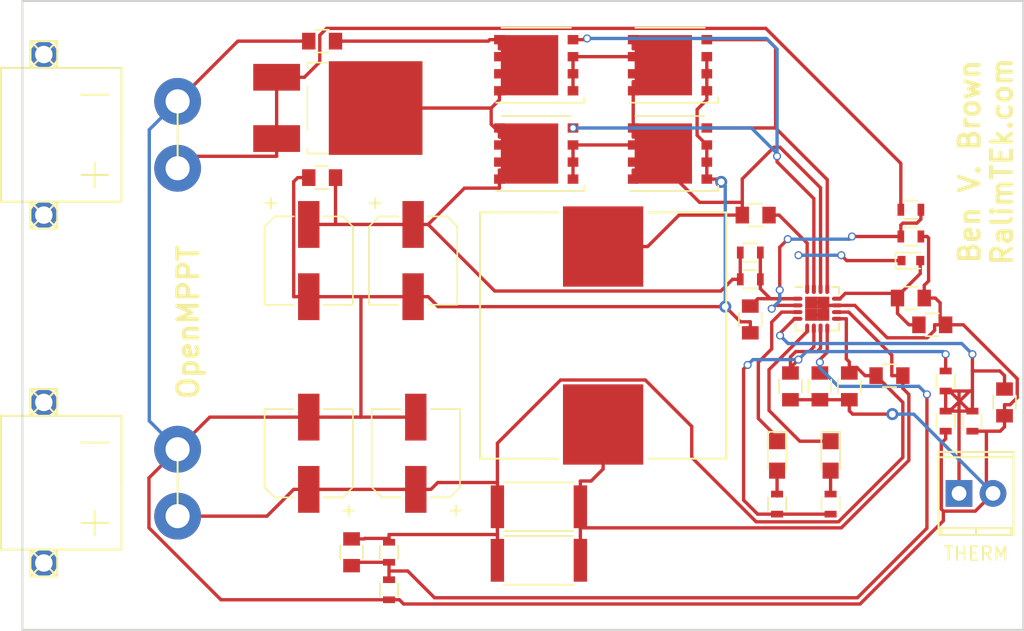
<source format=kicad_pcb>
(kicad_pcb (version 20171130) (host pcbnew "(5.1.12)-1")

  (general
    (thickness 1.6)
    (drawings 7)
    (tracks 457)
    (zones 0)
    (modules 42)
    (nets 20)
  )

  (page A4)
  (layers
    (0 F.Cu signal)
    (31 B.Cu signal)
    (32 B.Adhes user)
    (33 F.Adhes user)
    (34 B.Paste user)
    (35 F.Paste user)
    (36 B.SilkS user hide)
    (37 F.SilkS user hide)
    (38 B.Mask user)
    (39 F.Mask user hide)
    (40 Dwgs.User user)
    (41 Cmts.User user)
    (42 Eco1.User user)
    (43 Eco2.User user)
    (44 Edge.Cuts user)
    (45 Margin user)
    (46 B.CrtYd user)
    (47 F.CrtYd user)
    (48 B.Fab user hide)
    (49 F.Fab user hide)
  )

  (setup
    (last_trace_width 0.25)
    (trace_clearance 0.2)
    (zone_clearance 0.508)
    (zone_45_only no)
    (trace_min 0.2)
    (via_size 0.9)
    (via_drill 0.5)
    (via_min_size 0.8)
    (via_min_drill 0.3)
    (uvia_size 0.3)
    (uvia_drill 0.1)
    (uvias_allowed no)
    (uvia_min_size 0.2)
    (uvia_min_drill 0.1)
    (edge_width 0.15)
    (segment_width 0.2)
    (pcb_text_width 0.3)
    (pcb_text_size 1.5 1.5)
    (mod_edge_width 0.15)
    (mod_text_size 1 1)
    (mod_text_width 0.15)
    (pad_size 1.524 1.524)
    (pad_drill 0.762)
    (pad_to_mask_clearance 0.2)
    (aux_axis_origin 0 0)
    (visible_elements 7FFFFF7F)
    (pcbplotparams
      (layerselection 0x010fc_80000001)
      (usegerberextensions false)
      (usegerberattributes true)
      (usegerberadvancedattributes true)
      (creategerberjobfile true)
      (excludeedgelayer true)
      (linewidth 0.100000)
      (plotframeref false)
      (viasonmask false)
      (mode 1)
      (useauxorigin false)
      (hpglpennumber 1)
      (hpglpenspeed 20)
      (hpglpendiameter 15.000000)
      (psnegative false)
      (psa4output false)
      (plotreference false)
      (plotvalue false)
      (plotinvisibletext false)
      (padsonsilk false)
      (subtractmaskfromsilk false)
      (outputformat 1)
      (mirror false)
      (drillshape 0)
      (scaleselection 1)
      (outputdirectory "Gerbers/"))
  )

  (net 0 "")
  (net 1 "Net-(C101-Pad1)")
  (net 2 GND)
  (net 3 "Net-(C102-Pad2)")
  (net 4 /VREF)
  (net 5 "Net-(C104-Pad1)")
  (net 6 "Net-(C105-Pad1)")
  (net 7 "Net-(C105-Pad2)")
  (net 8 "Net-(C106-Pad1)")
  (net 9 "Net-(C109-Pad1)")
  (net 10 "Net-(C109-Pad2)")
  (net 11 "Net-(C112-Pad1)")
  (net 12 "Net-(D103-Pad2)")
  (net 13 /STAT1)
  (net 14 "Net-(D104-Pad2)")
  (net 15 /STAT2)
  (net 16 /HIGH_DRIVE)
  (net 17 /LOW_DRIVE)
  (net 18 "Net-(D101-Pad1)")
  (net 19 /MPPTSET)

  (net_class Default "This is the default net class."
    (clearance 0.2)
    (trace_width 0.25)
    (via_dia 0.9)
    (via_drill 0.5)
    (uvia_dia 0.3)
    (uvia_drill 0.1)
    (add_net /HIGH_DRIVE)
    (add_net /LOW_DRIVE)
    (add_net /MPPTSET)
    (add_net /STAT1)
    (add_net /STAT2)
    (add_net /VREF)
    (add_net GND)
    (add_net "Net-(C101-Pad1)")
    (add_net "Net-(C102-Pad2)")
    (add_net "Net-(C104-Pad1)")
    (add_net "Net-(C105-Pad1)")
    (add_net "Net-(C105-Pad2)")
    (add_net "Net-(C106-Pad1)")
    (add_net "Net-(C109-Pad1)")
    (add_net "Net-(C109-Pad2)")
    (add_net "Net-(C112-Pad1)")
    (add_net "Net-(D101-Pad1)")
    (add_net "Net-(D103-Pad2)")
    (add_net "Net-(D104-Pad2)")
  )

  (module xt60:XT30PW_Male (layer F.Cu) (tedit 5960A037) (tstamp 592A781A)
    (at 90 106)
    (path /59292EE6)
    (fp_text reference J104 (at -3 0 90) (layer F.SilkS) hide
      (effects (font (size 1 1) (thickness 0.15)))
    )
    (fp_text value XT60 (at 3.9 -0.1 90) (layer F.Fab)
      (effects (font (size 1 1) (thickness 0.15)))
    )
    (fp_line (start 3 0) (end 3 -5) (layer F.SilkS) (width 0.15))
    (fp_line (start 3 -5) (end 3 5) (layer F.SilkS) (width 0.15))
    (fp_line (start 3 -5) (end -6 -5) (layer F.SilkS) (width 0.15))
    (fp_line (start -6 -5) (end -6 5) (layer F.SilkS) (width 0.15))
    (fp_line (start -6 5) (end 3 5) (layer F.SilkS) (width 0.15))
    (fp_line (start -3.8 -5) (end -3.8 -7) (layer F.SilkS) (width 0.15))
    (fp_line (start -3.8 -7) (end -1.8 -7) (layer F.SilkS) (width 0.15))
    (fp_line (start -1.8 -7) (end -1.8 -5) (layer F.SilkS) (width 0.15))
    (fp_line (start -1.8 -7) (end -3.8 -5) (layer F.SilkS) (width 0.15))
    (fp_line (start -3.8 -5) (end -3.8 -7) (layer F.SilkS) (width 0.15))
    (fp_line (start -3.8 -7) (end -1.8 -5) (layer F.SilkS) (width 0.15))
    (fp_line (start -3.8 5) (end -3.8 7) (layer F.SilkS) (width 0.15))
    (fp_line (start -3.8 7) (end -1.8 7) (layer F.SilkS) (width 0.15))
    (fp_line (start -1.8 7) (end -1.8 5) (layer F.SilkS) (width 0.15))
    (fp_line (start -1.8 5) (end -3.8 7) (layer F.SilkS) (width 0.15))
    (fp_line (start -3.8 5) (end -1.8 7) (layer F.SilkS) (width 0.15))
    (fp_line (start 7.2 0) (end 7.2 -2.5) (layer F.SilkS) (width 0.15))
    (fp_line (start 7.2 0) (end 7.2 2.5) (layer F.SilkS) (width 0.15))
    (fp_line (start 1 3) (end 2 3) (layer F.SilkS) (width 0.15))
    (fp_line (start 2 3) (end 0 3) (layer F.SilkS) (width 0.15))
    (fp_line (start 1 2.1) (end 1 3.8) (layer F.SilkS) (width 0.15))
    (fp_line (start 1 3.9) (end 1 3.8) (layer F.SilkS) (width 0.15))
    (fp_line (start 2 -3) (end 0 -3) (layer F.SilkS) (width 0.15))
    (pad CASE thru_hole circle (at -2.8 6) (size 2 2) (drill 1.3) (layers *.Cu *.Mask))
    (pad CASE thru_hole circle (at -2.8 -6) (size 2 2) (drill 1.3) (layers *.Cu *.Mask))
    (pad 2 thru_hole circle (at 7.2 -2.5) (size 3.5 3.5) (drill 1.8) (layers *.Cu *.Mask)
      (net 2 GND))
    (pad 1 thru_hole circle (at 7.2 2.5) (size 3.5 3.5) (drill 1.8) (layers *.Cu *.Mask)
      (net 9 "Net-(C109-Pad1)"))
  )

  (module Capacitors_SMD:C_0805 (layer F.Cu) (tedit 59609FEC) (tstamp 7FFFFFFF)
    (at 159 100 270)
    (descr "Capacitor SMD 0805, reflow soldering, AVX (see smccp.pdf)")
    (tags "capacitor 0805")
    (path /592938DA)
    (attr smd)
    (fp_text reference C101 (at 0 -1.5 270) (layer F.SilkS) hide
      (effects (font (size 1 1) (thickness 0.15)))
    )
    (fp_text value - (at 0 1.75 270) (layer F.Fab)
      (effects (font (size 1 1) (thickness 0.15)))
    )
    (fp_line (start 1.75 0.87) (end -1.75 0.87) (layer F.CrtYd) (width 0.05))
    (fp_line (start 1.75 0.87) (end 1.75 -0.88) (layer F.CrtYd) (width 0.05))
    (fp_line (start -1.75 -0.88) (end -1.75 0.87) (layer F.CrtYd) (width 0.05))
    (fp_line (start -1.75 -0.88) (end 1.75 -0.88) (layer F.CrtYd) (width 0.05))
    (fp_line (start -0.5 0.85) (end 0.5 0.85) (layer F.SilkS) (width 0.12))
    (fp_line (start 0.5 -0.85) (end -0.5 -0.85) (layer F.SilkS) (width 0.12))
    (fp_line (start -1 -0.62) (end 1 -0.62) (layer F.Fab) (width 0.1))
    (fp_line (start 1 -0.62) (end 1 0.62) (layer F.Fab) (width 0.1))
    (fp_line (start 1 0.62) (end -1 0.62) (layer F.Fab) (width 0.1))
    (fp_line (start -1 0.62) (end -1 -0.62) (layer F.Fab) (width 0.1))
    (fp_text user %R (at 0 -1.5 270) (layer F.Fab) hide
      (effects (font (size 1 1) (thickness 0.15)))
    )
    (pad 1 smd rect (at -1 0 270) (size 1 1.25) (layers F.Cu F.Paste F.Mask)
      (net 1 "Net-(C101-Pad1)"))
    (pad 2 smd rect (at 1 0 270) (size 1 1.25) (layers F.Cu F.Paste F.Mask)
      (net 2 GND))
    (model Capacitors_SMD.3dshapes/C_0805.wrl
      (at (xyz 0 0 0))
      (scale (xyz 1 1 1))
      (rotate (xyz 0 0 0))
    )
  )

  (module Capacitors_SMD:C_0805 (layer F.Cu) (tedit 59609FFA) (tstamp 592923EE)
    (at 140 93.8 90)
    (descr "Capacitor SMD 0805, reflow soldering, AVX (see smccp.pdf)")
    (tags "capacitor 0805")
    (path /59292091)
    (attr smd)
    (fp_text reference C102 (at 0 -1.5 90) (layer F.SilkS) hide
      (effects (font (size 1 1) (thickness 0.15)))
    )
    (fp_text value 1.0uF (at 10.8989 2.9964 90) (layer F.Fab)
      (effects (font (size 1 1) (thickness 0.15)))
    )
    (fp_line (start 1.75 0.87) (end -1.75 0.87) (layer F.CrtYd) (width 0.05))
    (fp_line (start 1.75 0.87) (end 1.75 -0.88) (layer F.CrtYd) (width 0.05))
    (fp_line (start -1.75 -0.88) (end -1.75 0.87) (layer F.CrtYd) (width 0.05))
    (fp_line (start -1.75 -0.88) (end 1.75 -0.88) (layer F.CrtYd) (width 0.05))
    (fp_line (start -0.5 0.85) (end 0.5 0.85) (layer F.SilkS) (width 0.12))
    (fp_line (start 0.5 -0.85) (end -0.5 -0.85) (layer F.SilkS) (width 0.12))
    (fp_line (start -1 -0.62) (end 1 -0.62) (layer F.Fab) (width 0.1))
    (fp_line (start 1 -0.62) (end 1 0.62) (layer F.Fab) (width 0.1))
    (fp_line (start 1 0.62) (end -1 0.62) (layer F.Fab) (width 0.1))
    (fp_line (start -1 0.62) (end -1 -0.62) (layer F.Fab) (width 0.1))
    (fp_text user %R (at 0 -1.5 90) (layer F.Fab)
      (effects (font (size 1 1) (thickness 0.15)))
    )
    (pad 1 smd rect (at -1 0 90) (size 1 1.25) (layers F.Cu F.Paste F.Mask)
      (net 2 GND))
    (pad 2 smd rect (at 1 0 90) (size 1 1.25) (layers F.Cu F.Paste F.Mask)
      (net 3 "Net-(C102-Pad2)"))
    (model Capacitors_SMD.3dshapes/C_0805.wrl
      (at (xyz 0 0 0))
      (scale (xyz 1 1 1))
      (rotate (xyz 0 0 0))
    )
  )

  (module Capacitors_SMD:C_0805 (layer F.Cu) (tedit 59609FF3) (tstamp 592923F4)
    (at 143 98.8 270)
    (descr "Capacitor SMD 0805, reflow soldering, AVX (see smccp.pdf)")
    (tags "capacitor 0805")
    (path /5929501C)
    (attr smd)
    (fp_text reference C103 (at 0 -1.5 270) (layer F.SilkS) hide
      (effects (font (size 1 1) (thickness 0.15)))
    )
    (fp_text value 1.0uF (at 0 1.75 270) (layer F.Fab)
      (effects (font (size 1 1) (thickness 0.15)))
    )
    (fp_line (start 1.75 0.87) (end -1.75 0.87) (layer F.CrtYd) (width 0.05))
    (fp_line (start 1.75 0.87) (end 1.75 -0.88) (layer F.CrtYd) (width 0.05))
    (fp_line (start -1.75 -0.88) (end -1.75 0.87) (layer F.CrtYd) (width 0.05))
    (fp_line (start -1.75 -0.88) (end 1.75 -0.88) (layer F.CrtYd) (width 0.05))
    (fp_line (start -0.5 0.85) (end 0.5 0.85) (layer F.SilkS) (width 0.12))
    (fp_line (start 0.5 -0.85) (end -0.5 -0.85) (layer F.SilkS) (width 0.12))
    (fp_line (start -1 -0.62) (end 1 -0.62) (layer F.Fab) (width 0.1))
    (fp_line (start 1 -0.62) (end 1 0.62) (layer F.Fab) (width 0.1))
    (fp_line (start 1 0.62) (end -1 0.62) (layer F.Fab) (width 0.1))
    (fp_line (start -1 0.62) (end -1 -0.62) (layer F.Fab) (width 0.1))
    (fp_text user %R (at 0 -1.5 270) (layer F.Fab)
      (effects (font (size 1 1) (thickness 0.15)))
    )
    (pad 1 smd rect (at -1 0 270) (size 1 1.25) (layers F.Cu F.Paste F.Mask)
      (net 4 /VREF))
    (pad 2 smd rect (at 1 0 270) (size 1 1.25) (layers F.Cu F.Paste F.Mask)
      (net 2 GND))
    (model Capacitors_SMD.3dshapes/C_0805.wrl
      (at (xyz 0 0 0))
      (scale (xyz 1 1 1))
      (rotate (xyz 0 0 0))
    )
  )

  (module Capacitors_SMD:C_0805 (layer F.Cu) (tedit 5960A006) (tstamp 592923FA)
    (at 152 92.2)
    (descr "Capacitor SMD 0805, reflow soldering, AVX (see smccp.pdf)")
    (tags "capacitor 0805")
    (path /59297A4F)
    (attr smd)
    (fp_text reference C104 (at 0 -1.5) (layer F.SilkS) hide
      (effects (font (size 1 1) (thickness 0.15)))
    )
    (fp_text value 0.1uF (at 0 1.75) (layer F.Fab)
      (effects (font (size 1 1) (thickness 0.15)))
    )
    (fp_line (start 1.75 0.87) (end -1.75 0.87) (layer F.CrtYd) (width 0.05))
    (fp_line (start 1.75 0.87) (end 1.75 -0.88) (layer F.CrtYd) (width 0.05))
    (fp_line (start -1.75 -0.88) (end -1.75 0.87) (layer F.CrtYd) (width 0.05))
    (fp_line (start -1.75 -0.88) (end 1.75 -0.88) (layer F.CrtYd) (width 0.05))
    (fp_line (start -0.5 0.85) (end 0.5 0.85) (layer F.SilkS) (width 0.12))
    (fp_line (start 0.5 -0.85) (end -0.5 -0.85) (layer F.SilkS) (width 0.12))
    (fp_line (start -1 -0.62) (end 1 -0.62) (layer F.Fab) (width 0.1))
    (fp_line (start 1 -0.62) (end 1 0.62) (layer F.Fab) (width 0.1))
    (fp_line (start 1 0.62) (end -1 0.62) (layer F.Fab) (width 0.1))
    (fp_line (start -1 0.62) (end -1 -0.62) (layer F.Fab) (width 0.1))
    (fp_text user %R (at 0 -1.5) (layer F.Fab)
      (effects (font (size 1 1) (thickness 0.15)))
    )
    (pad 1 smd rect (at -1 0) (size 1 1.25) (layers F.Cu F.Paste F.Mask)
      (net 5 "Net-(C104-Pad1)"))
    (pad 2 smd rect (at 1 0) (size 1 1.25) (layers F.Cu F.Paste F.Mask)
      (net 2 GND))
    (model Capacitors_SMD.3dshapes/C_0805.wrl
      (at (xyz 0 0 0))
      (scale (xyz 1 1 1))
      (rotate (xyz 0 0 0))
    )
  )

  (module Capacitors_SMD:C_0805 (layer F.Cu) (tedit 5960A002) (tstamp 59292400)
    (at 140.4 86)
    (descr "Capacitor SMD 0805, reflow soldering, AVX (see smccp.pdf)")
    (tags "capacitor 0805")
    (path /59297EC9)
    (attr smd)
    (fp_text reference C105 (at 0 -1.5) (layer F.SilkS) hide
      (effects (font (size 1 1) (thickness 0.15)))
    )
    (fp_text value 0.1uF (at 0 1.75) (layer F.Fab)
      (effects (font (size 1 1) (thickness 0.15)))
    )
    (fp_line (start 1.75 0.87) (end -1.75 0.87) (layer F.CrtYd) (width 0.05))
    (fp_line (start 1.75 0.87) (end 1.75 -0.88) (layer F.CrtYd) (width 0.05))
    (fp_line (start -1.75 -0.88) (end -1.75 0.87) (layer F.CrtYd) (width 0.05))
    (fp_line (start -1.75 -0.88) (end 1.75 -0.88) (layer F.CrtYd) (width 0.05))
    (fp_line (start -0.5 0.85) (end 0.5 0.85) (layer F.SilkS) (width 0.12))
    (fp_line (start 0.5 -0.85) (end -0.5 -0.85) (layer F.SilkS) (width 0.12))
    (fp_line (start -1 -0.62) (end 1 -0.62) (layer F.Fab) (width 0.1))
    (fp_line (start 1 -0.62) (end 1 0.62) (layer F.Fab) (width 0.1))
    (fp_line (start 1 0.62) (end -1 0.62) (layer F.Fab) (width 0.1))
    (fp_line (start -1 0.62) (end -1 -0.62) (layer F.Fab) (width 0.1))
    (fp_text user %R (at 0 -1.5) (layer F.Fab)
      (effects (font (size 1 1) (thickness 0.15)))
    )
    (pad 1 smd rect (at -1 0) (size 1 1.25) (layers F.Cu F.Paste F.Mask)
      (net 6 "Net-(C105-Pad1)"))
    (pad 2 smd rect (at 1 0) (size 1 1.25) (layers F.Cu F.Paste F.Mask)
      (net 7 "Net-(C105-Pad2)"))
    (model Capacitors_SMD.3dshapes/C_0805.wrl
      (at (xyz 0 0 0))
      (scale (xyz 1 1 1))
      (rotate (xyz 0 0 0))
    )
  )

  (module Capacitors_SMD:C_0805 (layer F.Cu) (tedit 5960A024) (tstamp 59292406)
    (at 108 83.2 180)
    (descr "Capacitor SMD 0805, reflow soldering, AVX (see smccp.pdf)")
    (tags "capacitor 0805")
    (path /5929BDCC)
    (attr smd)
    (fp_text reference C106 (at 0 -1.5 180) (layer F.SilkS) hide
      (effects (font (size 1 1) (thickness 0.15)))
    )
    (fp_text value 1.0uF (at 0 1.75 180) (layer F.Fab)
      (effects (font (size 1 1) (thickness 0.15)))
    )
    (fp_line (start 1.75 0.87) (end -1.75 0.87) (layer F.CrtYd) (width 0.05))
    (fp_line (start 1.75 0.87) (end 1.75 -0.88) (layer F.CrtYd) (width 0.05))
    (fp_line (start -1.75 -0.88) (end -1.75 0.87) (layer F.CrtYd) (width 0.05))
    (fp_line (start -1.75 -0.88) (end 1.75 -0.88) (layer F.CrtYd) (width 0.05))
    (fp_line (start -0.5 0.85) (end 0.5 0.85) (layer F.SilkS) (width 0.12))
    (fp_line (start 0.5 -0.85) (end -0.5 -0.85) (layer F.SilkS) (width 0.12))
    (fp_line (start -1 -0.62) (end 1 -0.62) (layer F.Fab) (width 0.1))
    (fp_line (start 1 -0.62) (end 1 0.62) (layer F.Fab) (width 0.1))
    (fp_line (start 1 0.62) (end -1 0.62) (layer F.Fab) (width 0.1))
    (fp_line (start -1 0.62) (end -1 -0.62) (layer F.Fab) (width 0.1))
    (fp_text user %R (at 0 -1.5 180) (layer F.Fab)
      (effects (font (size 1 1) (thickness 0.15)))
    )
    (pad 1 smd rect (at -1 0 180) (size 1 1.25) (layers F.Cu F.Paste F.Mask)
      (net 8 "Net-(C106-Pad1)"))
    (pad 2 smd rect (at 1 0 180) (size 1 1.25) (layers F.Cu F.Paste F.Mask)
      (net 2 GND))
    (model Capacitors_SMD.3dshapes/C_0805.wrl
      (at (xyz 0 0 0))
      (scale (xyz 1 1 1))
      (rotate (xyz 0 0 0))
    )
  )

  (module Capacitors_SMD:C_0805 (layer F.Cu) (tedit 5960A007) (tstamp 5929240C)
    (at 153.6 94.2)
    (descr "Capacitor SMD 0805, reflow soldering, AVX (see smccp.pdf)")
    (tags "capacitor 0805")
    (path /5929E8FC)
    (attr smd)
    (fp_text reference C107 (at 0 -1.5) (layer F.SilkS) hide
      (effects (font (size 1 1) (thickness 0.15)))
    )
    (fp_text value 1.0uF (at 0 1.75) (layer F.Fab)
      (effects (font (size 1 1) (thickness 0.15)))
    )
    (fp_line (start 1.75 0.87) (end -1.75 0.87) (layer F.CrtYd) (width 0.05))
    (fp_line (start 1.75 0.87) (end 1.75 -0.88) (layer F.CrtYd) (width 0.05))
    (fp_line (start -1.75 -0.88) (end -1.75 0.87) (layer F.CrtYd) (width 0.05))
    (fp_line (start -1.75 -0.88) (end 1.75 -0.88) (layer F.CrtYd) (width 0.05))
    (fp_line (start -0.5 0.85) (end 0.5 0.85) (layer F.SilkS) (width 0.12))
    (fp_line (start 0.5 -0.85) (end -0.5 -0.85) (layer F.SilkS) (width 0.12))
    (fp_line (start -1 -0.62) (end 1 -0.62) (layer F.Fab) (width 0.1))
    (fp_line (start 1 -0.62) (end 1 0.62) (layer F.Fab) (width 0.1))
    (fp_line (start 1 0.62) (end -1 0.62) (layer F.Fab) (width 0.1))
    (fp_line (start -1 0.62) (end -1 -0.62) (layer F.Fab) (width 0.1))
    (fp_text user %R (at 0 -1.5) (layer F.Fab)
      (effects (font (size 1 1) (thickness 0.15)))
    )
    (pad 1 smd rect (at -1 0) (size 1 1.25) (layers F.Cu F.Paste F.Mask)
      (net 5 "Net-(C104-Pad1)"))
    (pad 2 smd rect (at 1 0) (size 1 1.25) (layers F.Cu F.Paste F.Mask)
      (net 2 GND))
    (model Capacitors_SMD.3dshapes/C_0805.wrl
      (at (xyz 0 0 0))
      (scale (xyz 1 1 1))
      (rotate (xyz 0 0 0))
    )
  )

  (module Capacitors_SMD:C_0805 (layer F.Cu) (tedit 59609FEE) (tstamp 59292418)
    (at 150.4 98)
    (descr "Capacitor SMD 0805, reflow soldering, AVX (see smccp.pdf)")
    (tags "capacitor 0805")
    (path /592970A7)
    (attr smd)
    (fp_text reference C109 (at 0 -1.5) (layer F.SilkS) hide
      (effects (font (size 1 1) (thickness 0.15)))
    )
    (fp_text value 0.1uF (at 0 1.75) (layer F.Fab)
      (effects (font (size 1 1) (thickness 0.15)))
    )
    (fp_line (start 1.75 0.87) (end -1.75 0.87) (layer F.CrtYd) (width 0.05))
    (fp_line (start 1.75 0.87) (end 1.75 -0.88) (layer F.CrtYd) (width 0.05))
    (fp_line (start -1.75 -0.88) (end -1.75 0.87) (layer F.CrtYd) (width 0.05))
    (fp_line (start -1.75 -0.88) (end 1.75 -0.88) (layer F.CrtYd) (width 0.05))
    (fp_line (start -0.5 0.85) (end 0.5 0.85) (layer F.SilkS) (width 0.12))
    (fp_line (start 0.5 -0.85) (end -0.5 -0.85) (layer F.SilkS) (width 0.12))
    (fp_line (start -1 -0.62) (end 1 -0.62) (layer F.Fab) (width 0.1))
    (fp_line (start 1 -0.62) (end 1 0.62) (layer F.Fab) (width 0.1))
    (fp_line (start 1 0.62) (end -1 0.62) (layer F.Fab) (width 0.1))
    (fp_line (start -1 0.62) (end -1 -0.62) (layer F.Fab) (width 0.1))
    (fp_text user %R (at 0 -1.5) (layer F.Fab)
      (effects (font (size 1 1) (thickness 0.15)))
    )
    (pad 1 smd rect (at -1 0) (size 1 1.25) (layers F.Cu F.Paste F.Mask)
      (net 9 "Net-(C109-Pad1)"))
    (pad 2 smd rect (at 1 0) (size 1 1.25) (layers F.Cu F.Paste F.Mask)
      (net 10 "Net-(C109-Pad2)"))
    (model Capacitors_SMD.3dshapes/C_0805.wrl
      (at (xyz 0 0 0))
      (scale (xyz 1 1 1))
      (rotate (xyz 0 0 0))
    )
  )

  (module Capacitors_SMD:C_0805 (layer F.Cu) (tedit 59609FF0) (tstamp 5929241E)
    (at 147.4 98.8 270)
    (descr "Capacitor SMD 0805, reflow soldering, AVX (see smccp.pdf)")
    (tags "capacitor 0805")
    (path /5929D156)
    (attr smd)
    (fp_text reference C110 (at 0 -1.5 270) (layer F.SilkS) hide
      (effects (font (size 1 1) (thickness 0.15)))
    )
    (fp_text value 1.0uF (at 0 1.75 270) (layer F.Fab)
      (effects (font (size 1 1) (thickness 0.15)))
    )
    (fp_line (start 1.75 0.87) (end -1.75 0.87) (layer F.CrtYd) (width 0.05))
    (fp_line (start 1.75 0.87) (end 1.75 -0.88) (layer F.CrtYd) (width 0.05))
    (fp_line (start -1.75 -0.88) (end -1.75 0.87) (layer F.CrtYd) (width 0.05))
    (fp_line (start -1.75 -0.88) (end 1.75 -0.88) (layer F.CrtYd) (width 0.05))
    (fp_line (start -0.5 0.85) (end 0.5 0.85) (layer F.SilkS) (width 0.12))
    (fp_line (start 0.5 -0.85) (end -0.5 -0.85) (layer F.SilkS) (width 0.12))
    (fp_line (start -1 -0.62) (end 1 -0.62) (layer F.Fab) (width 0.1))
    (fp_line (start 1 -0.62) (end 1 0.62) (layer F.Fab) (width 0.1))
    (fp_line (start 1 0.62) (end -1 0.62) (layer F.Fab) (width 0.1))
    (fp_line (start -1 0.62) (end -1 -0.62) (layer F.Fab) (width 0.1))
    (fp_text user %R (at 0 -1.5 270) (layer F.Fab)
      (effects (font (size 1 1) (thickness 0.15)))
    )
    (pad 1 smd rect (at -1 0 270) (size 1 1.25) (layers F.Cu F.Paste F.Mask)
      (net 9 "Net-(C109-Pad1)"))
    (pad 2 smd rect (at 1 0 270) (size 1 1.25) (layers F.Cu F.Paste F.Mask)
      (net 2 GND))
    (model Capacitors_SMD.3dshapes/C_0805.wrl
      (at (xyz 0 0 0))
      (scale (xyz 1 1 1))
      (rotate (xyz 0 0 0))
    )
  )

  (module Capacitors_SMD:C_0805 (layer F.Cu) (tedit 5960A039) (tstamp 5929242A)
    (at 110.2 111.2 90)
    (descr "Capacitor SMD 0805, reflow soldering, AVX (see smccp.pdf)")
    (tags "capacitor 0805")
    (path /5929EEE5)
    (attr smd)
    (fp_text reference C112 (at 0 -1.5 90) (layer F.SilkS) hide
      (effects (font (size 1 1) (thickness 0.15)))
    )
    (fp_text value 0.1uF (at 0 1.75 90) (layer F.Fab)
      (effects (font (size 1 1) (thickness 0.15)))
    )
    (fp_line (start 1.75 0.87) (end -1.75 0.87) (layer F.CrtYd) (width 0.05))
    (fp_line (start 1.75 0.87) (end 1.75 -0.88) (layer F.CrtYd) (width 0.05))
    (fp_line (start -1.75 -0.88) (end -1.75 0.87) (layer F.CrtYd) (width 0.05))
    (fp_line (start -1.75 -0.88) (end 1.75 -0.88) (layer F.CrtYd) (width 0.05))
    (fp_line (start -0.5 0.85) (end 0.5 0.85) (layer F.SilkS) (width 0.12))
    (fp_line (start 0.5 -0.85) (end -0.5 -0.85) (layer F.SilkS) (width 0.12))
    (fp_line (start -1 -0.62) (end 1 -0.62) (layer F.Fab) (width 0.1))
    (fp_line (start 1 -0.62) (end 1 0.62) (layer F.Fab) (width 0.1))
    (fp_line (start 1 0.62) (end -1 0.62) (layer F.Fab) (width 0.1))
    (fp_line (start -1 0.62) (end -1 -0.62) (layer F.Fab) (width 0.1))
    (fp_text user %R (at 0 -1.5 90) (layer F.Fab)
      (effects (font (size 1 1) (thickness 0.15)))
    )
    (pad 1 smd rect (at -1 0 90) (size 1 1.25) (layers F.Cu F.Paste F.Mask)
      (net 11 "Net-(C112-Pad1)"))
    (pad 2 smd rect (at 1 0 90) (size 1 1.25) (layers F.Cu F.Paste F.Mask)
      (net 9 "Net-(C109-Pad1)"))
    (model Capacitors_SMD.3dshapes/C_0805.wrl
      (at (xyz 0 0 0))
      (scale (xyz 1 1 1))
      (rotate (xyz 0 0 0))
    )
  )

  (module Capacitors_SMD:C_0805 (layer F.Cu) (tedit 59609FF5) (tstamp 59292430)
    (at 145.2 98.8 90)
    (descr "Capacitor SMD 0805, reflow soldering, AVX (see smccp.pdf)")
    (tags "capacitor 0805")
    (path /5929F1C3)
    (attr smd)
    (fp_text reference C113 (at 0 -1.5 90) (layer F.SilkS) hide
      (effects (font (size 1 1) (thickness 0.15)))
    )
    (fp_text value 0.1uF (at 0 1.75 90) (layer F.Fab)
      (effects (font (size 1 1) (thickness 0.15)))
    )
    (fp_line (start 1.75 0.87) (end -1.75 0.87) (layer F.CrtYd) (width 0.05))
    (fp_line (start 1.75 0.87) (end 1.75 -0.88) (layer F.CrtYd) (width 0.05))
    (fp_line (start -1.75 -0.88) (end -1.75 0.87) (layer F.CrtYd) (width 0.05))
    (fp_line (start -1.75 -0.88) (end 1.75 -0.88) (layer F.CrtYd) (width 0.05))
    (fp_line (start -0.5 0.85) (end 0.5 0.85) (layer F.SilkS) (width 0.12))
    (fp_line (start 0.5 -0.85) (end -0.5 -0.85) (layer F.SilkS) (width 0.12))
    (fp_line (start -1 -0.62) (end 1 -0.62) (layer F.Fab) (width 0.1))
    (fp_line (start 1 -0.62) (end 1 0.62) (layer F.Fab) (width 0.1))
    (fp_line (start 1 0.62) (end -1 0.62) (layer F.Fab) (width 0.1))
    (fp_line (start -1 0.62) (end -1 -0.62) (layer F.Fab) (width 0.1))
    (fp_text user %R (at 0 -1.5 90) (layer F.Fab)
      (effects (font (size 1 1) (thickness 0.15)))
    )
    (pad 1 smd rect (at -1 0 90) (size 1 1.25) (layers F.Cu F.Paste F.Mask)
      (net 2 GND))
    (pad 2 smd rect (at 1 0 90) (size 1 1.25) (layers F.Cu F.Paste F.Mask)
      (net 11 "Net-(C112-Pad1)"))
    (model Capacitors_SMD.3dshapes/C_0805.wrl
      (at (xyz 0 0 0))
      (scale (xyz 1 1 1))
      (rotate (xyz 0 0 0))
    )
  )

  (module LEDs:LED_0805 (layer F.Cu) (tedit 59609FC6) (tstamp 59292436)
    (at 142 104 270)
    (descr "LED 0805 smd package")
    (tags "LED led 0805 SMD smd SMT smt smdled SMDLED smtled SMTLED")
    (path /592A12C6)
    (attr smd)
    (fp_text reference D103 (at 0 -1.45 270) (layer F.SilkS) hide
      (effects (font (size 1 1) (thickness 0.15)))
    )
    (fp_text value LED (at 0 1.55 270) (layer F.Fab)
      (effects (font (size 1 1) (thickness 0.15)))
    )
    (fp_line (start -1.95 -0.85) (end 1.95 -0.85) (layer F.CrtYd) (width 0.05))
    (fp_line (start -1.95 0.85) (end -1.95 -0.85) (layer F.CrtYd) (width 0.05))
    (fp_line (start 1.95 0.85) (end -1.95 0.85) (layer F.CrtYd) (width 0.05))
    (fp_line (start 1.95 -0.85) (end 1.95 0.85) (layer F.CrtYd) (width 0.05))
    (fp_line (start -1.8 -0.7) (end 1 -0.7) (layer F.SilkS) (width 0.12))
    (fp_line (start -1.8 0.7) (end 1 0.7) (layer F.SilkS) (width 0.12))
    (fp_line (start -1 0.6) (end -1 -0.6) (layer F.Fab) (width 0.1))
    (fp_line (start -1 -0.6) (end 1 -0.6) (layer F.Fab) (width 0.1))
    (fp_line (start 1 -0.6) (end 1 0.6) (layer F.Fab) (width 0.1))
    (fp_line (start 1 0.6) (end -1 0.6) (layer F.Fab) (width 0.1))
    (fp_line (start 0.2 -0.4) (end 0.2 0.4) (layer F.Fab) (width 0.1))
    (fp_line (start 0.2 0.4) (end -0.4 0) (layer F.Fab) (width 0.1))
    (fp_line (start -0.4 0) (end 0.2 -0.4) (layer F.Fab) (width 0.1))
    (fp_line (start -0.4 -0.4) (end -0.4 0.4) (layer F.Fab) (width 0.1))
    (fp_line (start -1.8 -0.7) (end -1.8 0.7) (layer F.SilkS) (width 0.12))
    (pad 2 smd rect (at 1.1 0 90) (size 1.2 1.2) (layers F.Cu F.Paste F.Mask)
      (net 12 "Net-(D103-Pad2)"))
    (pad 1 smd rect (at -1.1 0 90) (size 1.2 1.2) (layers F.Cu F.Paste F.Mask)
      (net 13 /STAT1))
    (model LEDs.3dshapes/LED_0805.wrl
      (at (xyz 0 0 0))
      (scale (xyz 1 1 1))
      (rotate (xyz 0 0 180))
    )
  )

  (module LEDs:LED_0805 (layer F.Cu) (tedit 59609FC2) (tstamp 5929243C)
    (at 146 104 270)
    (descr "LED 0805 smd package")
    (tags "LED led 0805 SMD smd SMT smt smdled SMDLED smtled SMTLED")
    (path /592A2553)
    (attr smd)
    (fp_text reference D104 (at 0 -1.45 270) (layer F.SilkS) hide
      (effects (font (size 1 1) (thickness 0.15)))
    )
    (fp_text value LED (at 0 1.55 270) (layer F.Fab)
      (effects (font (size 1 1) (thickness 0.15)))
    )
    (fp_line (start -1.95 -0.85) (end 1.95 -0.85) (layer F.CrtYd) (width 0.05))
    (fp_line (start -1.95 0.85) (end -1.95 -0.85) (layer F.CrtYd) (width 0.05))
    (fp_line (start 1.95 0.85) (end -1.95 0.85) (layer F.CrtYd) (width 0.05))
    (fp_line (start 1.95 -0.85) (end 1.95 0.85) (layer F.CrtYd) (width 0.05))
    (fp_line (start -1.8 -0.7) (end 1 -0.7) (layer F.SilkS) (width 0.12))
    (fp_line (start -1.8 0.7) (end 1 0.7) (layer F.SilkS) (width 0.12))
    (fp_line (start -1 0.6) (end -1 -0.6) (layer F.Fab) (width 0.1))
    (fp_line (start -1 -0.6) (end 1 -0.6) (layer F.Fab) (width 0.1))
    (fp_line (start 1 -0.6) (end 1 0.6) (layer F.Fab) (width 0.1))
    (fp_line (start 1 0.6) (end -1 0.6) (layer F.Fab) (width 0.1))
    (fp_line (start 0.2 -0.4) (end 0.2 0.4) (layer F.Fab) (width 0.1))
    (fp_line (start 0.2 0.4) (end -0.4 0) (layer F.Fab) (width 0.1))
    (fp_line (start -0.4 0) (end 0.2 -0.4) (layer F.Fab) (width 0.1))
    (fp_line (start -0.4 -0.4) (end -0.4 0.4) (layer F.Fab) (width 0.1))
    (fp_line (start -1.8 -0.7) (end -1.8 0.7) (layer F.SilkS) (width 0.12))
    (pad 2 smd rect (at 1.1 0 90) (size 1.2 1.2) (layers F.Cu F.Paste F.Mask)
      (net 14 "Net-(D104-Pad2)"))
    (pad 1 smd rect (at -1.1 0 90) (size 1.2 1.2) (layers F.Cu F.Paste F.Mask)
      (net 15 /STAT2))
    (model LEDs.3dshapes/LED_0805.wrl
      (at (xyz 0 0 0))
      (scale (xyz 1 1 1))
      (rotate (xyz 0 0 180))
    )
  )

  (module Connectors_Terminal_Blocks:TerminalBlock_Pheonix_MPT-2.54mm_2pol (layer F.Cu) (tedit 59609FD0) (tstamp 59292442)
    (at 155.6 106.8)
    (descr "2-way 2.54mm pitch terminal block, Phoenix MPT series")
    (path /59294290)
    (fp_text reference J101 (at 1.27 -4.50088) (layer F.SilkS) hide
      (effects (font (size 1 1) (thickness 0.15)))
    )
    (fp_text value THERM (at 1.27 4.50088) (layer F.SilkS)
      (effects (font (size 1 1) (thickness 0.15)))
    )
    (fp_line (start -1.52908 -3.0988) (end -1.52908 3.0988) (layer F.SilkS) (width 0.15))
    (fp_line (start 4.06908 -3.0988) (end -1.52908 -3.0988) (layer F.SilkS) (width 0.15))
    (fp_line (start 4.06908 3.0988) (end 4.06908 -3.0988) (layer F.SilkS) (width 0.15))
    (fp_line (start -1.52908 3.0988) (end 4.06908 3.0988) (layer F.SilkS) (width 0.15))
    (fp_line (start -1.52908 -2.70002) (end 4.06908 -2.70002) (layer F.SilkS) (width 0.15))
    (fp_line (start 1.27 3.0988) (end 1.27 2.60096) (layer F.SilkS) (width 0.15))
    (fp_line (start 3.87096 2.60096) (end 3.87096 3.0988) (layer F.SilkS) (width 0.15))
    (fp_line (start -1.33096 3.0988) (end -1.33096 2.60096) (layer F.SilkS) (width 0.15))
    (fp_line (start 4.06908 2.60096) (end -1.52908 2.60096) (layer F.SilkS) (width 0.15))
    (fp_line (start 4.3 -3.3) (end 4.3 3.3) (layer F.CrtYd) (width 0.05))
    (fp_line (start 4.3 3.3) (end -1.7 3.3) (layer F.CrtYd) (width 0.05))
    (fp_line (start -1.7 3.3) (end -1.7 -3.3) (layer F.CrtYd) (width 0.05))
    (fp_line (start -1.7 -3.3) (end 4.3 -3.3) (layer F.CrtYd) (width 0.05))
    (pad 2 thru_hole oval (at 2.54 0) (size 1.99898 1.99898) (drill 1.09728) (layers *.Cu *.Mask)
      (net 2 GND))
    (pad 1 thru_hole rect (at 0 0) (size 1.99898 1.99898) (drill 1.09728) (layers *.Cu *.Mask)
      (net 1 "Net-(C101-Pad1)"))
    (model Terminal_Blocks.3dshapes/TerminalBlock_Pheonix_MPT-2.54mm_2pol.wrl
      (offset (xyz 1.269999980926514 0 0))
      (scale (xyz 1 1 1))
      (rotate (xyz 0 0 0))
    )
  )

  (module TO_SOT_Packages_SMD:TDSON-8-1 (layer F.Cu) (tedit 5960A015) (tstamp 5929246B)
    (at 124 74.8 180)
    (descr "Power MOSFET package, TDSON-8-1, SuperS08, SON-8_5x6mm")
    (tags "tdson ")
    (path /5929AF5B)
    (attr smd)
    (fp_text reference Q101 (at 0 4 180) (layer F.SilkS) hide
      (effects (font (size 1 1) (thickness 0.15)))
    )
    (fp_text value FDMS8050 (at 0 -4 180) (layer F.Fab)
      (effects (font (size 1 1) (thickness 0.15)))
    )
    (fp_line (start -2 -2.6) (end -3 -1.6) (layer F.Fab) (width 0.1))
    (fp_line (start 2.6 2.8) (end -2.6 2.8) (layer F.SilkS) (width 0.12))
    (fp_line (start 3 -2.8) (end -3.6 -2.8) (layer F.SilkS) (width 0.12))
    (fp_line (start 3.75 3) (end 3.75 -3) (layer F.CrtYd) (width 0.05))
    (fp_line (start 3.75 -3) (end -3.75 -3) (layer F.CrtYd) (width 0.05))
    (fp_line (start -3.75 -3) (end -3.75 3) (layer F.CrtYd) (width 0.05))
    (fp_line (start -3.75 3) (end 3.75 3) (layer F.CrtYd) (width 0.05))
    (fp_line (start 3 -2.6) (end 3 2.6) (layer F.Fab) (width 0.1))
    (fp_line (start 3 2.6) (end -3 2.6) (layer F.Fab) (width 0.1))
    (fp_line (start -3 2.6) (end -3 -1.6) (layer F.Fab) (width 0.1))
    (fp_line (start -2 -2.6) (end 3 -2.6) (layer F.Fab) (width 0.1))
    (fp_line (start -3.6 -2.8) (end -3.6 -2.4) (layer F.SilkS) (width 0.12))
    (fp_text user %R (at 0 -1 180) (layer F.Fab)
      (effects (font (size 1 1) (thickness 0.15)))
    )
    (pad 1 smd rect (at -2.75 -1.91 90) (size 0.7 0.8) (layers F.Cu F.Paste F.Mask)
      (net 6 "Net-(C105-Pad1)"))
    (pad 2 smd rect (at -2.75 -0.64 90) (size 0.7 0.8) (layers F.Cu F.Paste F.Mask)
      (net 6 "Net-(C105-Pad1)"))
    (pad 3 smd rect (at -2.75 0.64 90) (size 0.7 0.8) (layers F.Cu F.Paste F.Mask)
      (net 6 "Net-(C105-Pad1)"))
    (pad 4 smd rect (at -2.75 1.91 90) (size 0.7 0.8) (layers F.Cu F.Paste F.Mask)
      (net 16 /HIGH_DRIVE))
    (pad 5 smd rect (at 2.75 1.91 90) (size 0.7 0.8) (layers F.Cu F.Paste F.Mask)
      (net 8 "Net-(C106-Pad1)"))
    (pad 5 smd rect (at 2.75 0.64 90) (size 0.7 0.8) (layers F.Cu F.Paste F.Mask)
      (net 8 "Net-(C106-Pad1)"))
    (pad 5 smd rect (at 2.75 -0.64 90) (size 0.7 0.8) (layers F.Cu F.Paste F.Mask)
      (net 8 "Net-(C106-Pad1)"))
    (pad 5 smd rect (at 2.75 -1.91 90) (size 0.7 0.8) (layers F.Cu F.Paste F.Mask)
      (net 8 "Net-(C106-Pad1)"))
    (pad 5 smd rect (at 0.5 0 90) (size 4.5 4.29) (layers F.Cu F.Paste F.Mask)
      (net 8 "Net-(C106-Pad1)"))
    (pad 5 smd rect (at 1.25 -1.09 90) (size 1.55 1.6) (layers F.Cu F.Paste F.Mask)
      (net 8 "Net-(C106-Pad1)"))
    (pad 5 smd rect (at 1.25 1.09 90) (size 1.55 1.6) (layers F.Cu F.Paste F.Mask)
      (net 8 "Net-(C106-Pad1)"))
    (pad 5 smd rect (at -0.75 -1.09 90) (size 1.55 1.2) (layers F.Cu F.Paste F.Mask)
      (net 8 "Net-(C106-Pad1)"))
    (pad 5 smd rect (at -0.75 1.09 90) (size 1.55 1.2) (layers F.Cu F.Paste F.Mask)
      (net 8 "Net-(C106-Pad1)"))
    (model ${KISYS3DMOD}/TO_SOT_Packages_SMD.3dshapes/TDSON-8-1.wrl
      (at (xyz 0 0 0))
      (scale (xyz 1 1 1))
      (rotate (xyz 0 0 0))
    )
  )

  (module TO_SOT_Packages_SMD:TDSON-8-1 (layer F.Cu) (tedit 5960A012) (tstamp 5929247C)
    (at 134 74.8 180)
    (descr "Power MOSFET package, TDSON-8-1, SuperS08, SON-8_5x6mm")
    (tags "tdson ")
    (path /59299B24)
    (attr smd)
    (fp_text reference Q102 (at 0 4 180) (layer F.SilkS) hide
      (effects (font (size 1 1) (thickness 0.15)))
    )
    (fp_text value FDMS8050 (at 0 -4 180) (layer F.Fab)
      (effects (font (size 1 1) (thickness 0.15)))
    )
    (fp_line (start -2 -2.6) (end -3 -1.6) (layer F.Fab) (width 0.1))
    (fp_line (start 2.6 2.8) (end -2.6 2.8) (layer F.SilkS) (width 0.12))
    (fp_line (start 3 -2.8) (end -3.6 -2.8) (layer F.SilkS) (width 0.12))
    (fp_line (start 3.75 3) (end 3.75 -3) (layer F.CrtYd) (width 0.05))
    (fp_line (start 3.75 -3) (end -3.75 -3) (layer F.CrtYd) (width 0.05))
    (fp_line (start -3.75 -3) (end -3.75 3) (layer F.CrtYd) (width 0.05))
    (fp_line (start -3.75 3) (end 3.75 3) (layer F.CrtYd) (width 0.05))
    (fp_line (start 3 -2.6) (end 3 2.6) (layer F.Fab) (width 0.1))
    (fp_line (start 3 2.6) (end -3 2.6) (layer F.Fab) (width 0.1))
    (fp_line (start -3 2.6) (end -3 -1.6) (layer F.Fab) (width 0.1))
    (fp_line (start -2 -2.6) (end 3 -2.6) (layer F.Fab) (width 0.1))
    (fp_line (start -3.6 -2.8) (end -3.6 -2.4) (layer F.SilkS) (width 0.12))
    (fp_text user %R (at 0 -1 180) (layer F.Fab)
      (effects (font (size 1 1) (thickness 0.15)))
    )
    (pad 1 smd rect (at -2.75 -1.91 90) (size 0.7 0.8) (layers F.Cu F.Paste F.Mask)
      (net 2 GND))
    (pad 2 smd rect (at -2.75 -0.64 90) (size 0.7 0.8) (layers F.Cu F.Paste F.Mask)
      (net 2 GND))
    (pad 3 smd rect (at -2.75 0.64 90) (size 0.7 0.8) (layers F.Cu F.Paste F.Mask)
      (net 2 GND))
    (pad 4 smd rect (at -2.75 1.91 90) (size 0.7 0.8) (layers F.Cu F.Paste F.Mask)
      (net 17 /LOW_DRIVE))
    (pad 5 smd rect (at 2.75 1.91 90) (size 0.7 0.8) (layers F.Cu F.Paste F.Mask)
      (net 6 "Net-(C105-Pad1)"))
    (pad 5 smd rect (at 2.75 0.64 90) (size 0.7 0.8) (layers F.Cu F.Paste F.Mask)
      (net 6 "Net-(C105-Pad1)"))
    (pad 5 smd rect (at 2.75 -0.64 90) (size 0.7 0.8) (layers F.Cu F.Paste F.Mask)
      (net 6 "Net-(C105-Pad1)"))
    (pad 5 smd rect (at 2.75 -1.91 90) (size 0.7 0.8) (layers F.Cu F.Paste F.Mask)
      (net 6 "Net-(C105-Pad1)"))
    (pad 5 smd rect (at 0.5 0 90) (size 4.5 4.29) (layers F.Cu F.Paste F.Mask)
      (net 6 "Net-(C105-Pad1)"))
    (pad 5 smd rect (at 1.25 -1.09 90) (size 1.55 1.6) (layers F.Cu F.Paste F.Mask)
      (net 6 "Net-(C105-Pad1)"))
    (pad 5 smd rect (at 1.25 1.09 90) (size 1.55 1.6) (layers F.Cu F.Paste F.Mask)
      (net 6 "Net-(C105-Pad1)"))
    (pad 5 smd rect (at -0.75 -1.09 90) (size 1.55 1.2) (layers F.Cu F.Paste F.Mask)
      (net 6 "Net-(C105-Pad1)"))
    (pad 5 smd rect (at -0.75 1.09 90) (size 1.55 1.2) (layers F.Cu F.Paste F.Mask)
      (net 6 "Net-(C105-Pad1)"))
    (model ${KISYS3DMOD}/TO_SOT_Packages_SMD.3dshapes/TDSON-8-1.wrl
      (at (xyz 0 0 0))
      (scale (xyz 1 1 1))
      (rotate (xyz 0 0 0))
    )
  )

  (module Resistors_SMD:R_0603 (layer F.Cu) (tedit 59609FD2) (tstamp 59292482)
    (at 156.6 101.4 270)
    (descr "Resistor SMD 0603, reflow soldering, Vishay (see dcrcw.pdf)")
    (tags "resistor 0603")
    (path /59293E05)
    (attr smd)
    (fp_text reference R101 (at 0 -1.45 270) (layer F.SilkS) hide
      (effects (font (size 1 1) (thickness 0.15)))
    )
    (fp_text value 10k (at 0 1.5 270) (layer F.Fab)
      (effects (font (size 1 1) (thickness 0.15)))
    )
    (fp_line (start 1.25 0.7) (end -1.25 0.7) (layer F.CrtYd) (width 0.05))
    (fp_line (start 1.25 0.7) (end 1.25 -0.7) (layer F.CrtYd) (width 0.05))
    (fp_line (start -1.25 -0.7) (end -1.25 0.7) (layer F.CrtYd) (width 0.05))
    (fp_line (start -1.25 -0.7) (end 1.25 -0.7) (layer F.CrtYd) (width 0.05))
    (fp_line (start -0.5 -0.68) (end 0.5 -0.68) (layer F.SilkS) (width 0.12))
    (fp_line (start 0.5 0.68) (end -0.5 0.68) (layer F.SilkS) (width 0.12))
    (fp_line (start -0.8 -0.4) (end 0.8 -0.4) (layer F.Fab) (width 0.1))
    (fp_line (start 0.8 -0.4) (end 0.8 0.4) (layer F.Fab) (width 0.1))
    (fp_line (start 0.8 0.4) (end -0.8 0.4) (layer F.Fab) (width 0.1))
    (fp_line (start -0.8 0.4) (end -0.8 -0.4) (layer F.Fab) (width 0.1))
    (fp_text user %R (at 0 0 270) (layer F.Fab)
      (effects (font (size 0.5 0.5) (thickness 0.075)))
    )
    (pad 1 smd rect (at -0.75 0 270) (size 0.5 0.9) (layers F.Cu F.Paste F.Mask)
      (net 1 "Net-(C101-Pad1)"))
    (pad 2 smd rect (at 0.75 0 270) (size 0.5 0.9) (layers F.Cu F.Paste F.Mask)
      (net 2 GND))
    (model ${KISYS3DMOD}/Resistors_SMD.3dshapes/R_0603.wrl
      (at (xyz 0 0 0))
      (scale (xyz 1 1 1))
      (rotate (xyz 0 0 0))
    )
  )

  (module Resistors_SMD:R_0603 (layer F.Cu) (tedit 59609FDB) (tstamp 59292488)
    (at 154.6 98.4 270)
    (descr "Resistor SMD 0603, reflow soldering, Vishay (see dcrcw.pdf)")
    (tags "resistor 0603")
    (path /59293C18)
    (attr smd)
    (fp_text reference R102 (at 0 -1.45 270) (layer F.SilkS) hide
      (effects (font (size 1 1) (thickness 0.15)))
    )
    (fp_text value 5.23k (at 0 1.5 270) (layer F.Fab)
      (effects (font (size 1 1) (thickness 0.15)))
    )
    (fp_line (start 1.25 0.7) (end -1.25 0.7) (layer F.CrtYd) (width 0.05))
    (fp_line (start 1.25 0.7) (end 1.25 -0.7) (layer F.CrtYd) (width 0.05))
    (fp_line (start -1.25 -0.7) (end -1.25 0.7) (layer F.CrtYd) (width 0.05))
    (fp_line (start -1.25 -0.7) (end 1.25 -0.7) (layer F.CrtYd) (width 0.05))
    (fp_line (start -0.5 -0.68) (end 0.5 -0.68) (layer F.SilkS) (width 0.12))
    (fp_line (start 0.5 0.68) (end -0.5 0.68) (layer F.SilkS) (width 0.12))
    (fp_line (start -0.8 -0.4) (end 0.8 -0.4) (layer F.Fab) (width 0.1))
    (fp_line (start 0.8 -0.4) (end 0.8 0.4) (layer F.Fab) (width 0.1))
    (fp_line (start 0.8 0.4) (end -0.8 0.4) (layer F.Fab) (width 0.1))
    (fp_line (start -0.8 0.4) (end -0.8 -0.4) (layer F.Fab) (width 0.1))
    (fp_text user %R (at 0 0 270) (layer F.Fab)
      (effects (font (size 0.5 0.5) (thickness 0.075)))
    )
    (pad 1 smd rect (at -0.75 0 270) (size 0.5 0.9) (layers F.Cu F.Paste F.Mask)
      (net 4 /VREF))
    (pad 2 smd rect (at 0.75 0 270) (size 0.5 0.9) (layers F.Cu F.Paste F.Mask)
      (net 1 "Net-(C101-Pad1)"))
    (model ${KISYS3DMOD}/Resistors_SMD.3dshapes/R_0603.wrl
      (at (xyz 0 0 0))
      (scale (xyz 1 1 1))
      (rotate (xyz 0 0 0))
    )
  )

  (module Resistors_SMD:R_0603 (layer F.Cu) (tedit 5960A049) (tstamp 5929248E)
    (at 154.6 101.4 270)
    (descr "Resistor SMD 0603, reflow soldering, Vishay (see dcrcw.pdf)")
    (tags "resistor 0603")
    (path /59293C80)
    (attr smd)
    (fp_text reference R103 (at 0 -1.45 270) (layer F.SilkS) hide
      (effects (font (size 1 1) (thickness 0.15)))
    )
    (fp_text value 30.1k (at 0 1.5 270) (layer F.Fab)
      (effects (font (size 1 1) (thickness 0.15)))
    )
    (fp_line (start 1.25 0.7) (end -1.25 0.7) (layer F.CrtYd) (width 0.05))
    (fp_line (start 1.25 0.7) (end 1.25 -0.7) (layer F.CrtYd) (width 0.05))
    (fp_line (start -1.25 -0.7) (end -1.25 0.7) (layer F.CrtYd) (width 0.05))
    (fp_line (start -1.25 -0.7) (end 1.25 -0.7) (layer F.CrtYd) (width 0.05))
    (fp_line (start -0.5 -0.68) (end 0.5 -0.68) (layer F.SilkS) (width 0.12))
    (fp_line (start 0.5 0.68) (end -0.5 0.68) (layer F.SilkS) (width 0.12))
    (fp_line (start -0.8 -0.4) (end 0.8 -0.4) (layer F.Fab) (width 0.1))
    (fp_line (start 0.8 -0.4) (end 0.8 0.4) (layer F.Fab) (width 0.1))
    (fp_line (start 0.8 0.4) (end -0.8 0.4) (layer F.Fab) (width 0.1))
    (fp_line (start -0.8 0.4) (end -0.8 -0.4) (layer F.Fab) (width 0.1))
    (fp_text user %R (at 0 0 270) (layer F.Fab)
      (effects (font (size 0.5 0.5) (thickness 0.075)))
    )
    (pad 1 smd rect (at -0.75 0 270) (size 0.5 0.9) (layers F.Cu F.Paste F.Mask)
      (net 1 "Net-(C101-Pad1)"))
    (pad 2 smd rect (at 0.75 0 270) (size 0.5 0.9) (layers F.Cu F.Paste F.Mask)
      (net 2 GND))
    (model ${KISYS3DMOD}/Resistors_SMD.3dshapes/R_0603.wrl
      (at (xyz 0 0 0))
      (scale (xyz 1 1 1))
      (rotate (xyz 0 0 0))
    )
  )

  (module Resistors_SMD:R_0603 (layer F.Cu) (tedit 59609FFF) (tstamp 5929249A)
    (at 140 90.8)
    (descr "Resistor SMD 0603, reflow soldering, Vishay (see dcrcw.pdf)")
    (tags "resistor 0603")
    (path /592922E6)
    (attr smd)
    (fp_text reference R105 (at 0 -1.45) (layer F.SilkS) hide
      (effects (font (size 1 1) (thickness 0.15)))
    )
    (fp_text value - (at 0 1.5) (layer F.Fab)
      (effects (font (size 1 1) (thickness 0.15)))
    )
    (fp_line (start 1.25 0.7) (end -1.25 0.7) (layer F.CrtYd) (width 0.05))
    (fp_line (start 1.25 0.7) (end 1.25 -0.7) (layer F.CrtYd) (width 0.05))
    (fp_line (start -1.25 -0.7) (end -1.25 0.7) (layer F.CrtYd) (width 0.05))
    (fp_line (start -1.25 -0.7) (end 1.25 -0.7) (layer F.CrtYd) (width 0.05))
    (fp_line (start -0.5 -0.68) (end 0.5 -0.68) (layer F.SilkS) (width 0.12))
    (fp_line (start 0.5 0.68) (end -0.5 0.68) (layer F.SilkS) (width 0.12))
    (fp_line (start -0.8 -0.4) (end 0.8 -0.4) (layer F.Fab) (width 0.1))
    (fp_line (start 0.8 -0.4) (end 0.8 0.4) (layer F.Fab) (width 0.1))
    (fp_line (start 0.8 0.4) (end -0.8 0.4) (layer F.Fab) (width 0.1))
    (fp_line (start -0.8 0.4) (end -0.8 -0.4) (layer F.Fab) (width 0.1))
    (fp_text user %R (at 0 0) (layer F.Fab)
      (effects (font (size 0.5 0.5) (thickness 0.075)))
    )
    (pad 1 smd rect (at -0.75 0) (size 0.5 0.9) (layers F.Cu F.Paste F.Mask)
      (net 8 "Net-(C106-Pad1)"))
    (pad 2 smd rect (at 0.75 0) (size 0.5 0.9) (layers F.Cu F.Paste F.Mask)
      (net 3 "Net-(C102-Pad2)"))
    (model ${KISYS3DMOD}/Resistors_SMD.3dshapes/R_0603.wrl
      (at (xyz 0 0 0))
      (scale (xyz 1 1 1))
      (rotate (xyz 0 0 0))
    )
  )

  (module Resistors_SMD:R_0603 (layer F.Cu) (tedit 59609FFD) (tstamp 592924A0)
    (at 140 88.8)
    (descr "Resistor SMD 0603, reflow soldering, Vishay (see dcrcw.pdf)")
    (tags "resistor 0603")
    (path /59291990)
    (attr smd)
    (fp_text reference R106 (at 0 -1.45) (layer F.SilkS) hide
      (effects (font (size 1 1) (thickness 0.15)))
    )
    (fp_text value 10 (at 0 1.5) (layer F.Fab)
      (effects (font (size 1 1) (thickness 0.15)))
    )
    (fp_line (start 1.25 0.7) (end -1.25 0.7) (layer F.CrtYd) (width 0.05))
    (fp_line (start 1.25 0.7) (end 1.25 -0.7) (layer F.CrtYd) (width 0.05))
    (fp_line (start -1.25 -0.7) (end -1.25 0.7) (layer F.CrtYd) (width 0.05))
    (fp_line (start -1.25 -0.7) (end 1.25 -0.7) (layer F.CrtYd) (width 0.05))
    (fp_line (start -0.5 -0.68) (end 0.5 -0.68) (layer F.SilkS) (width 0.12))
    (fp_line (start 0.5 0.68) (end -0.5 0.68) (layer F.SilkS) (width 0.12))
    (fp_line (start -0.8 -0.4) (end 0.8 -0.4) (layer F.Fab) (width 0.1))
    (fp_line (start 0.8 -0.4) (end 0.8 0.4) (layer F.Fab) (width 0.1))
    (fp_line (start 0.8 0.4) (end -0.8 0.4) (layer F.Fab) (width 0.1))
    (fp_line (start -0.8 0.4) (end -0.8 -0.4) (layer F.Fab) (width 0.1))
    (fp_text user %R (at 0 0) (layer F.Fab)
      (effects (font (size 0.5 0.5) (thickness 0.075)))
    )
    (pad 1 smd rect (at -0.75 0) (size 0.5 0.9) (layers F.Cu F.Paste F.Mask)
      (net 8 "Net-(C106-Pad1)"))
    (pad 2 smd rect (at 0.75 0) (size 0.5 0.9) (layers F.Cu F.Paste F.Mask)
      (net 3 "Net-(C102-Pad2)"))
    (model ${KISYS3DMOD}/Resistors_SMD.3dshapes/R_0603.wrl
      (at (xyz 0 0 0))
      (scale (xyz 1 1 1))
      (rotate (xyz 0 0 0))
    )
  )

  (module Resistors_SMD:R_0603 (layer F.Cu) (tedit 59609FC9) (tstamp 592924AC)
    (at 142 107.6 90)
    (descr "Resistor SMD 0603, reflow soldering, Vishay (see dcrcw.pdf)")
    (tags "resistor 0603")
    (path /592A2494)
    (attr smd)
    (fp_text reference R108 (at 0 -1.45 90) (layer F.SilkS) hide
      (effects (font (size 1 1) (thickness 0.15)))
    )
    (fp_text value 5.23k (at 0 1.5 90) (layer F.Fab)
      (effects (font (size 1 1) (thickness 0.15)))
    )
    (fp_line (start 1.25 0.7) (end -1.25 0.7) (layer F.CrtYd) (width 0.05))
    (fp_line (start 1.25 0.7) (end 1.25 -0.7) (layer F.CrtYd) (width 0.05))
    (fp_line (start -1.25 -0.7) (end -1.25 0.7) (layer F.CrtYd) (width 0.05))
    (fp_line (start -1.25 -0.7) (end 1.25 -0.7) (layer F.CrtYd) (width 0.05))
    (fp_line (start -0.5 -0.68) (end 0.5 -0.68) (layer F.SilkS) (width 0.12))
    (fp_line (start 0.5 0.68) (end -0.5 0.68) (layer F.SilkS) (width 0.12))
    (fp_line (start -0.8 -0.4) (end 0.8 -0.4) (layer F.Fab) (width 0.1))
    (fp_line (start 0.8 -0.4) (end 0.8 0.4) (layer F.Fab) (width 0.1))
    (fp_line (start 0.8 0.4) (end -0.8 0.4) (layer F.Fab) (width 0.1))
    (fp_line (start -0.8 0.4) (end -0.8 -0.4) (layer F.Fab) (width 0.1))
    (fp_text user %R (at 0 0 90) (layer F.Fab)
      (effects (font (size 0.5 0.5) (thickness 0.075)))
    )
    (pad 1 smd rect (at -0.75 0 90) (size 0.5 0.9) (layers F.Cu F.Paste F.Mask)
      (net 4 /VREF))
    (pad 2 smd rect (at 0.75 0 90) (size 0.5 0.9) (layers F.Cu F.Paste F.Mask)
      (net 12 "Net-(D103-Pad2)"))
    (model ${KISYS3DMOD}/Resistors_SMD.3dshapes/R_0603.wrl
      (at (xyz 0 0 0))
      (scale (xyz 1 1 1))
      (rotate (xyz 0 0 0))
    )
  )

  (module Resistors_SMD:R_0603 (layer F.Cu) (tedit 59609FC4) (tstamp 592924B2)
    (at 146 107.6 90)
    (descr "Resistor SMD 0603, reflow soldering, Vishay (see dcrcw.pdf)")
    (tags "resistor 0603")
    (path /592A2559)
    (attr smd)
    (fp_text reference R109 (at 0 -1.45 90) (layer F.SilkS) hide
      (effects (font (size 1 1) (thickness 0.15)))
    )
    (fp_text value 5.23k (at 0 1.5 90) (layer F.Fab)
      (effects (font (size 1 1) (thickness 0.15)))
    )
    (fp_line (start 1.25 0.7) (end -1.25 0.7) (layer F.CrtYd) (width 0.05))
    (fp_line (start 1.25 0.7) (end 1.25 -0.7) (layer F.CrtYd) (width 0.05))
    (fp_line (start -1.25 -0.7) (end -1.25 0.7) (layer F.CrtYd) (width 0.05))
    (fp_line (start -1.25 -0.7) (end 1.25 -0.7) (layer F.CrtYd) (width 0.05))
    (fp_line (start -0.5 -0.68) (end 0.5 -0.68) (layer F.SilkS) (width 0.12))
    (fp_line (start 0.5 0.68) (end -0.5 0.68) (layer F.SilkS) (width 0.12))
    (fp_line (start -0.8 -0.4) (end 0.8 -0.4) (layer F.Fab) (width 0.1))
    (fp_line (start 0.8 -0.4) (end 0.8 0.4) (layer F.Fab) (width 0.1))
    (fp_line (start 0.8 0.4) (end -0.8 0.4) (layer F.Fab) (width 0.1))
    (fp_line (start -0.8 0.4) (end -0.8 -0.4) (layer F.Fab) (width 0.1))
    (fp_text user %R (at 0 0 90) (layer F.Fab)
      (effects (font (size 0.5 0.5) (thickness 0.075)))
    )
    (pad 1 smd rect (at -0.75 0 90) (size 0.5 0.9) (layers F.Cu F.Paste F.Mask)
      (net 4 /VREF))
    (pad 2 smd rect (at 0.75 0 90) (size 0.5 0.9) (layers F.Cu F.Paste F.Mask)
      (net 14 "Net-(D104-Pad2)"))
    (model ${KISYS3DMOD}/Resistors_SMD.3dshapes/R_0603.wrl
      (at (xyz 0 0 0))
      (scale (xyz 1 1 1))
      (rotate (xyz 0 0 0))
    )
  )

  (module Resistors_SMD:R_2512 (layer F.Cu) (tedit 5960A043) (tstamp 592924B8)
    (at 124.2 107.8)
    (descr "Resistor SMD 2512, reflow soldering, Vishay (see dcrcw.pdf)")
    (tags "resistor 2512")
    (path /59297062)
    (attr smd)
    (fp_text reference R110 (at 0 -2.6) (layer F.SilkS) hide
      (effects (font (size 1 1) (thickness 0.15)))
    )
    (fp_text value 0.01 (at 0 2.75) (layer F.Fab)
      (effects (font (size 1 1) (thickness 0.15)))
    )
    (fp_line (start 3.85 1.85) (end -3.85 1.85) (layer F.CrtYd) (width 0.05))
    (fp_line (start 3.85 1.85) (end 3.85 -1.85) (layer F.CrtYd) (width 0.05))
    (fp_line (start -3.85 -1.85) (end -3.85 1.85) (layer F.CrtYd) (width 0.05))
    (fp_line (start -3.85 -1.85) (end 3.85 -1.85) (layer F.CrtYd) (width 0.05))
    (fp_line (start -2.6 -1.82) (end 2.6 -1.82) (layer F.SilkS) (width 0.12))
    (fp_line (start 2.6 1.82) (end -2.6 1.82) (layer F.SilkS) (width 0.12))
    (fp_line (start -3.15 -1.6) (end 3.15 -1.6) (layer F.Fab) (width 0.1))
    (fp_line (start 3.15 -1.6) (end 3.15 1.6) (layer F.Fab) (width 0.1))
    (fp_line (start 3.15 1.6) (end -3.15 1.6) (layer F.Fab) (width 0.1))
    (fp_line (start -3.15 1.6) (end -3.15 -1.6) (layer F.Fab) (width 0.1))
    (fp_text user %R (at 0 0) (layer F.Fab)
      (effects (font (size 1 1) (thickness 0.15)))
    )
    (pad 1 smd rect (at -3.1 0) (size 1 3.2) (layers F.Cu F.Paste F.Mask)
      (net 9 "Net-(C109-Pad1)"))
    (pad 2 smd rect (at 3.1 0) (size 1 3.2) (layers F.Cu F.Paste F.Mask)
      (net 10 "Net-(C109-Pad2)"))
    (model ${KISYS3DMOD}/Resistors_SMD.3dshapes/R_2512.wrl
      (at (xyz 0 0 0))
      (scale (xyz 1 1 1))
      (rotate (xyz 0 0 0))
    )
  )

  (module Resistors_SMD:R_0603 (layer F.Cu) (tedit 5960A03D) (tstamp 592924BE)
    (at 113 111.2 270)
    (descr "Resistor SMD 0603, reflow soldering, Vishay (see dcrcw.pdf)")
    (tags "resistor 0603")
    (path /5929E3F2)
    (attr smd)
    (fp_text reference R111 (at 0 -1.45 270) (layer F.SilkS) hide
      (effects (font (size 1 1) (thickness 0.15)))
    )
    (fp_text value 499k (at 0 1.5 270) (layer F.Fab)
      (effects (font (size 1 1) (thickness 0.15)))
    )
    (fp_line (start 1.25 0.7) (end -1.25 0.7) (layer F.CrtYd) (width 0.05))
    (fp_line (start 1.25 0.7) (end 1.25 -0.7) (layer F.CrtYd) (width 0.05))
    (fp_line (start -1.25 -0.7) (end -1.25 0.7) (layer F.CrtYd) (width 0.05))
    (fp_line (start -1.25 -0.7) (end 1.25 -0.7) (layer F.CrtYd) (width 0.05))
    (fp_line (start -0.5 -0.68) (end 0.5 -0.68) (layer F.SilkS) (width 0.12))
    (fp_line (start 0.5 0.68) (end -0.5 0.68) (layer F.SilkS) (width 0.12))
    (fp_line (start -0.8 -0.4) (end 0.8 -0.4) (layer F.Fab) (width 0.1))
    (fp_line (start 0.8 -0.4) (end 0.8 0.4) (layer F.Fab) (width 0.1))
    (fp_line (start 0.8 0.4) (end -0.8 0.4) (layer F.Fab) (width 0.1))
    (fp_line (start -0.8 0.4) (end -0.8 -0.4) (layer F.Fab) (width 0.1))
    (fp_text user %R (at 0 0 270) (layer F.Fab)
      (effects (font (size 0.5 0.5) (thickness 0.075)))
    )
    (pad 1 smd rect (at -0.75 0 270) (size 0.5 0.9) (layers F.Cu F.Paste F.Mask)
      (net 9 "Net-(C109-Pad1)"))
    (pad 2 smd rect (at 0.75 0 270) (size 0.5 0.9) (layers F.Cu F.Paste F.Mask)
      (net 11 "Net-(C112-Pad1)"))
    (model ${KISYS3DMOD}/Resistors_SMD.3dshapes/R_0603.wrl
      (at (xyz 0 0 0))
      (scale (xyz 1 1 1))
      (rotate (xyz 0 0 0))
    )
  )

  (module Resistors_SMD:R_0603 (layer F.Cu) (tedit 5960A03B) (tstamp 592924C4)
    (at 113 114 270)
    (descr "Resistor SMD 0603, reflow soldering, Vishay (see dcrcw.pdf)")
    (tags "resistor 0603")
    (path /5929E6A0)
    (attr smd)
    (fp_text reference R112 (at 0 -1.45 270) (layer F.SilkS) hide
      (effects (font (size 1 1) (thickness 0.15)))
    )
    (fp_text value 100k (at 0 1.5 270) (layer F.Fab)
      (effects (font (size 1 1) (thickness 0.15)))
    )
    (fp_line (start 1.25 0.7) (end -1.25 0.7) (layer F.CrtYd) (width 0.05))
    (fp_line (start 1.25 0.7) (end 1.25 -0.7) (layer F.CrtYd) (width 0.05))
    (fp_line (start -1.25 -0.7) (end -1.25 0.7) (layer F.CrtYd) (width 0.05))
    (fp_line (start -1.25 -0.7) (end 1.25 -0.7) (layer F.CrtYd) (width 0.05))
    (fp_line (start -0.5 -0.68) (end 0.5 -0.68) (layer F.SilkS) (width 0.12))
    (fp_line (start 0.5 0.68) (end -0.5 0.68) (layer F.SilkS) (width 0.12))
    (fp_line (start -0.8 -0.4) (end 0.8 -0.4) (layer F.Fab) (width 0.1))
    (fp_line (start 0.8 -0.4) (end 0.8 0.4) (layer F.Fab) (width 0.1))
    (fp_line (start 0.8 0.4) (end -0.8 0.4) (layer F.Fab) (width 0.1))
    (fp_line (start -0.8 0.4) (end -0.8 -0.4) (layer F.Fab) (width 0.1))
    (fp_text user %R (at 0 0 270) (layer F.Fab)
      (effects (font (size 0.5 0.5) (thickness 0.075)))
    )
    (pad 1 smd rect (at -0.75 0 270) (size 0.5 0.9) (layers F.Cu F.Paste F.Mask)
      (net 11 "Net-(C112-Pad1)"))
    (pad 2 smd rect (at 0.75 0 270) (size 0.5 0.9) (layers F.Cu F.Paste F.Mask)
      (net 2 GND))
    (model ${KISYS3DMOD}/Resistors_SMD.3dshapes/R_0603.wrl
      (at (xyz 0 0 0))
      (scale (xyz 1 1 1))
      (rotate (xyz 0 0 0))
    )
  )

  (module Housings_DFN_QFN:QFN-16-1EP_3x3mm_Pitch0.5mm (layer F.Cu) (tedit 5960A003) (tstamp 592924DC)
    (at 145 93)
    (descr "16-Lead Plastic Quad Flat, No Lead Package (NG) - 3x3x0.9 mm Body [QFN]; (see Microchip Packaging Specification 00000049BS.pdf)")
    (tags "QFN 0.5")
    (path /59290F77)
    (attr smd)
    (fp_text reference U101 (at 0 -2.85) (layer F.SilkS) hide
      (effects (font (size 1 1) (thickness 0.15)))
    )
    (fp_text value BQ24650 (at 0 2.85) (layer F.Fab)
      (effects (font (size 1 1) (thickness 0.15)))
    )
    (fp_line (start 1.625 -1.625) (end 1.125 -1.625) (layer F.SilkS) (width 0.15))
    (fp_line (start 1.625 1.625) (end 1.125 1.625) (layer F.SilkS) (width 0.15))
    (fp_line (start -1.625 1.625) (end -1.125 1.625) (layer F.SilkS) (width 0.15))
    (fp_line (start -1.625 -1.625) (end -1.125 -1.625) (layer F.SilkS) (width 0.15))
    (fp_line (start 1.625 1.625) (end 1.625 1.125) (layer F.SilkS) (width 0.15))
    (fp_line (start -1.625 1.625) (end -1.625 1.125) (layer F.SilkS) (width 0.15))
    (fp_line (start 1.625 -1.625) (end 1.625 -1.125) (layer F.SilkS) (width 0.15))
    (fp_line (start -2.1 2.1) (end 2.1 2.1) (layer F.CrtYd) (width 0.05))
    (fp_line (start -2.1 -2.1) (end 2.1 -2.1) (layer F.CrtYd) (width 0.05))
    (fp_line (start 2.1 -2.1) (end 2.1 2.1) (layer F.CrtYd) (width 0.05))
    (fp_line (start -2.1 -2.1) (end -2.1 2.1) (layer F.CrtYd) (width 0.05))
    (fp_line (start -1.5 -0.5) (end -0.5 -1.5) (layer F.Fab) (width 0.15))
    (fp_line (start -1.5 1.5) (end -1.5 -0.5) (layer F.Fab) (width 0.15))
    (fp_line (start 1.5 1.5) (end -1.5 1.5) (layer F.Fab) (width 0.15))
    (fp_line (start 1.5 -1.5) (end 1.5 1.5) (layer F.Fab) (width 0.15))
    (fp_line (start -0.5 -1.5) (end 1.5 -1.5) (layer F.Fab) (width 0.15))
    (pad 1 smd oval (at -1.475 -0.75) (size 0.75 0.3) (layers F.Cu F.Paste F.Mask)
      (net 3 "Net-(C102-Pad2)"))
    (pad 2 smd oval (at -1.475 -0.25) (size 0.75 0.3) (layers F.Cu F.Paste F.Mask)
      (net 19 /MPPTSET))
    (pad 3 smd oval (at -1.475 0.25) (size 0.75 0.3) (layers F.Cu F.Paste F.Mask)
      (net 13 /STAT1))
    (pad 4 smd oval (at -1.475 0.75) (size 0.75 0.3) (layers F.Cu F.Paste F.Mask)
      (net 1 "Net-(C101-Pad1)"))
    (pad 5 smd oval (at -0.75 1.475 90) (size 0.75 0.3) (layers F.Cu F.Paste F.Mask)
      (net 15 /STAT2))
    (pad 6 smd oval (at -0.25 1.475 90) (size 0.75 0.3) (layers F.Cu F.Paste F.Mask)
      (net 4 /VREF))
    (pad 7 smd oval (at 0.25 1.475 90) (size 0.75 0.3) (layers F.Cu F.Paste F.Mask)
      (net 4 /VREF))
    (pad 8 smd oval (at 0.75 1.475 90) (size 0.75 0.3) (layers F.Cu F.Paste F.Mask)
      (net 11 "Net-(C112-Pad1)"))
    (pad 9 smd oval (at 1.475 0.75) (size 0.75 0.3) (layers F.Cu F.Paste F.Mask)
      (net 9 "Net-(C109-Pad1)"))
    (pad 10 smd oval (at 1.475 0.25) (size 0.75 0.3) (layers F.Cu F.Paste F.Mask)
      (net 10 "Net-(C109-Pad2)"))
    (pad 11 smd oval (at 1.475 -0.25) (size 0.75 0.3) (layers F.Cu F.Paste F.Mask)
      (net 2 GND))
    (pad 12 smd oval (at 1.475 -0.75) (size 0.75 0.3) (layers F.Cu F.Paste F.Mask)
      (net 5 "Net-(C104-Pad1)"))
    (pad 13 smd oval (at 0.75 -1.475 90) (size 0.75 0.3) (layers F.Cu F.Paste F.Mask)
      (net 17 /LOW_DRIVE))
    (pad 14 smd oval (at 0.25 -1.475 90) (size 0.75 0.3) (layers F.Cu F.Paste F.Mask)
      (net 6 "Net-(C105-Pad1)"))
    (pad 15 smd oval (at -0.25 -1.475 90) (size 0.75 0.3) (layers F.Cu F.Paste F.Mask)
      (net 16 /HIGH_DRIVE))
    (pad 16 smd oval (at -0.75 -1.475 90) (size 0.75 0.3) (layers F.Cu F.Paste F.Mask)
      (net 7 "Net-(C105-Pad2)"))
    (pad 17 smd rect (at 0.45 0.45) (size 0.9 0.9) (layers F.Cu F.Paste F.Mask)
      (net 2 GND) (solder_paste_margin_ratio -0.2))
    (pad 17 smd rect (at 0.45 -0.45) (size 0.9 0.9) (layers F.Cu F.Paste F.Mask)
      (net 2 GND) (solder_paste_margin_ratio -0.2))
    (pad 17 smd rect (at -0.45 0.45) (size 0.9 0.9) (layers F.Cu F.Paste F.Mask)
      (net 2 GND) (solder_paste_margin_ratio -0.2))
    (pad 17 smd rect (at -0.45 -0.45) (size 0.9 0.9) (layers F.Cu F.Paste F.Mask)
      (net 2 GND) (solder_paste_margin_ratio -0.2))
    (model Housings_DFN_QFN.3dshapes/QFN-16-1EP_3x3mm_Pitch0.5mm.wrl
      (at (xyz 0 0 0))
      (scale (xyz 1 1 1))
      (rotate (xyz 0 0 0))
    )
  )

  (module TO_SOT_Packages_SMD:TO-252-2_Rectifier (layer F.Cu) (tedit 5960A02D) (tstamp 7FFFFFFF)
    (at 109.175 78)
    (descr TO-252-2)
    (tags "TO-252-2 Rectifier")
    (path /5929155F)
    (attr smd)
    (fp_text reference D101 (at -0.575 -4.55) (layer F.SilkS) hide
      (effects (font (size 1 1) (thickness 0.15)))
    )
    (fp_text value MBRD10100CT (at -0.625 4.8) (layer F.Fab)
      (effects (font (size 1 1) (thickness 0.15)))
    )
    (fp_line (start -6.58 3.75) (end -6.58 -3.75) (layer F.CrtYd) (width 0.05))
    (fp_line (start -6.58 3.75) (end 6.58 3.75) (layer F.CrtYd) (width 0.05))
    (fp_line (start 6.58 -3.75) (end -6.58 -3.75) (layer F.CrtYd) (width 0.05))
    (fp_line (start 6.58 -3.75) (end 6.58 3.75) (layer F.CrtYd) (width 0.05))
    (fp_line (start -2.195 3.35) (end -2.195 -3.35) (layer F.Fab) (width 0.1))
    (fp_line (start 3.795 -3.35) (end -2.195 -3.35) (layer F.Fab) (width 0.1))
    (fp_line (start 3.795 3.35) (end 3.795 -3.35) (layer F.Fab) (width 0.1))
    (fp_line (start -2.195 3.35) (end 3.795 3.35) (layer F.Fab) (width 0.1))
    (fp_line (start -2.195 -2.87) (end -5.105 -2.87) (layer F.Fab) (width 0.1))
    (fp_line (start -5.105 -1.73) (end -2.195 -1.73) (layer F.Fab) (width 0.1))
    (fp_line (start -5.105 -2.87) (end -5.105 -1.73) (layer F.Fab) (width 0.1))
    (fp_line (start -5.105 1.73) (end -5.105 2.87) (layer F.Fab) (width 0.1))
    (fp_line (start -5.105 2.87) (end -2.195 2.87) (layer F.Fab) (width 0.1))
    (fp_line (start -2.195 1.73) (end -5.105 1.73) (layer F.Fab) (width 0.1))
    (fp_line (start 5.005 2.71) (end 3.795 2.71) (layer F.Fab) (width 0.1))
    (fp_line (start 5.005 -2.71) (end 5.005 2.71) (layer F.Fab) (width 0.1))
    (fp_line (start 3.805 -2.71) (end 5.005 -2.71) (layer F.Fab) (width 0.1))
    (fp_line (start -2.275 3.4) (end -2.275 3) (layer F.SilkS) (width 0.12))
    (fp_line (start -0.775 3.4) (end -2.275 3.4) (layer F.SilkS) (width 0.12))
    (fp_line (start -2.275 1.6) (end -2.275 -1.6) (layer F.SilkS) (width 0.12))
    (fp_line (start -2.275 -3.4) (end -0.775 -3.4) (layer F.SilkS) (width 0.12))
    (fp_line (start -2.275 -3.05) (end -2.275 -3.4) (layer F.SilkS) (width 0.12))
    (fp_text user %R (at -0.05 0) (layer F.Fab)
      (effects (font (size 1 1) (thickness 0.15)))
    )
    (pad 1 smd rect (at -4.575 -2.3 270) (size 2 3.5) (layers F.Cu F.Paste F.Mask)
      (net 18 "Net-(D101-Pad1)"))
    (pad 3 smd rect (at -4.575 2.28 270) (size 2 3.5) (layers F.Cu F.Paste F.Mask)
      (net 18 "Net-(D101-Pad1)"))
    (pad 2 smd rect (at 2.825 0 270) (size 7 7) (layers F.Cu F.Paste F.Mask)
      (net 8 "Net-(C106-Pad1)"))
    (model ${KISYS3DMOD}/TO_SOT_Packages_SMD.3dshapes\TO-252-2.wrl
      (at (xyz 0 0 0))
      (scale (xyz 1 1 1))
      (rotate (xyz 0 0 0))
    )
  )

  (module Inductors:Inductor_Wurth_HCI-1890 (layer F.Cu) (tedit 59609FF8) (tstamp 592928EC)
    (at 129 95 270)
    (descr "Inductor, Wurth Elektronik, Wurth_HCI-1890, 18.2mmx18.2mm")
    (tags "inductor wurth hci smd")
    (path /5929C4E3)
    (attr smd)
    (fp_text reference L101 (at 0 -10.1 270) (layer F.SilkS) hide
      (effects (font (size 1 1) (thickness 0.15)))
    )
    (fp_text value 3.3uH (at 0 10.6 270) (layer F.Fab)
      (effects (font (size 1 1) (thickness 0.15)))
    )
    (fp_line (start 9.2 -9.2) (end 9.2 -3.4) (layer F.SilkS) (width 0.15))
    (fp_line (start -9.2 -9.2) (end 9.2 -9.2) (layer F.SilkS) (width 0.15))
    (fp_line (start -9.2 -3.4) (end -9.2 -9.2) (layer F.SilkS) (width 0.15))
    (fp_line (start 9.2 9.2) (end 9.2 3.4) (layer F.SilkS) (width 0.15))
    (fp_line (start -9.2 9.2) (end 9.2 9.2) (layer F.SilkS) (width 0.15))
    (fp_line (start -9.2 3.4) (end -9.2 9.2) (layer F.SilkS) (width 0.15))
    (fp_line (start 9.95 -9.4) (end -9.95 -9.4) (layer F.CrtYd) (width 0.05))
    (fp_line (start 9.95 9.4) (end 9.95 -9.4) (layer F.CrtYd) (width 0.05))
    (fp_line (start -9.95 9.4) (end 9.95 9.4) (layer F.CrtYd) (width 0.05))
    (fp_line (start -9.95 -9.4) (end -9.95 9.4) (layer F.CrtYd) (width 0.05))
    (fp_line (start 9.1 -9.1) (end -9.1 -9.1) (layer F.Fab) (width 0.15))
    (fp_line (start 9.1 9.1) (end 9.1 -9.1) (layer F.Fab) (width 0.15))
    (fp_line (start -9.1 9.1) (end 9.1 9.1) (layer F.Fab) (width 0.15))
    (fp_line (start -9.1 -9.1) (end -9.1 9.1) (layer F.Fab) (width 0.15))
    (pad 1 smd rect (at -6.65 0 270) (size 6 6) (layers F.Cu F.Paste F.Mask)
      (net 6 "Net-(C105-Pad1)"))
    (pad 2 smd rect (at 6.65 0 270) (size 6 6) (layers F.Cu F.Paste F.Mask)
      (net 10 "Net-(C109-Pad2)"))
    (model Inductors.3dshapes/Inductor_Wurth_HCI-1890.wrl
      (at (xyz 0 0 0))
      (scale (xyz 1 1 1))
      (rotate (xyz 0 0 0))
    )
    (model C:/Users/Ralim/Documents/GitHub/OpenMPPT/PCB/SRR1210.wrl
      (at (xyz 0 0 0))
      (scale (xyz 0.393701 0.393701 0.393701))
      (rotate (xyz -90 0 90))
    )
  )

  (module TO_SOT_Packages_SMD:TDSON-8-1 (layer F.Cu) (tedit 5960A019) (tstamp 59292C05)
    (at 124 81.4 180)
    (descr "Power MOSFET package, TDSON-8-1, SuperS08, SON-8_5x6mm")
    (tags "tdson ")
    (path /5929567C)
    (attr smd)
    (fp_text reference Q103 (at 0 4 180) (layer F.SilkS) hide
      (effects (font (size 1 1) (thickness 0.15)))
    )
    (fp_text value FDMS8050 (at 0 -4 180) (layer F.Fab)
      (effects (font (size 1 1) (thickness 0.15)))
    )
    (fp_line (start -2 -2.6) (end -3 -1.6) (layer F.Fab) (width 0.1))
    (fp_line (start 2.6 2.8) (end -2.6 2.8) (layer F.SilkS) (width 0.12))
    (fp_line (start 3 -2.8) (end -3.6 -2.8) (layer F.SilkS) (width 0.12))
    (fp_line (start 3.75 3) (end 3.75 -3) (layer F.CrtYd) (width 0.05))
    (fp_line (start 3.75 -3) (end -3.75 -3) (layer F.CrtYd) (width 0.05))
    (fp_line (start -3.75 -3) (end -3.75 3) (layer F.CrtYd) (width 0.05))
    (fp_line (start -3.75 3) (end 3.75 3) (layer F.CrtYd) (width 0.05))
    (fp_line (start 3 -2.6) (end 3 2.6) (layer F.Fab) (width 0.1))
    (fp_line (start 3 2.6) (end -3 2.6) (layer F.Fab) (width 0.1))
    (fp_line (start -3 2.6) (end -3 -1.6) (layer F.Fab) (width 0.1))
    (fp_line (start -2 -2.6) (end 3 -2.6) (layer F.Fab) (width 0.1))
    (fp_line (start -3.6 -2.8) (end -3.6 -2.4) (layer F.SilkS) (width 0.12))
    (fp_text user %R (at 0 -1 180) (layer F.Fab)
      (effects (font (size 1 1) (thickness 0.15)))
    )
    (pad 1 smd rect (at -2.75 -1.91 90) (size 0.7 0.8) (layers F.Cu F.Paste F.Mask)
      (net 6 "Net-(C105-Pad1)"))
    (pad 2 smd rect (at -2.75 -0.64 90) (size 0.7 0.8) (layers F.Cu F.Paste F.Mask)
      (net 6 "Net-(C105-Pad1)"))
    (pad 3 smd rect (at -2.75 0.64 90) (size 0.7 0.8) (layers F.Cu F.Paste F.Mask)
      (net 6 "Net-(C105-Pad1)"))
    (pad 4 smd rect (at -2.75 1.91 90) (size 0.7 0.8) (layers F.Cu F.Paste F.Mask)
      (net 16 /HIGH_DRIVE))
    (pad 5 smd rect (at 2.75 1.91 90) (size 0.7 0.8) (layers F.Cu F.Paste F.Mask)
      (net 8 "Net-(C106-Pad1)"))
    (pad 5 smd rect (at 2.75 0.64 90) (size 0.7 0.8) (layers F.Cu F.Paste F.Mask)
      (net 8 "Net-(C106-Pad1)"))
    (pad 5 smd rect (at 2.75 -0.64 90) (size 0.7 0.8) (layers F.Cu F.Paste F.Mask)
      (net 8 "Net-(C106-Pad1)"))
    (pad 5 smd rect (at 2.75 -1.91 90) (size 0.7 0.8) (layers F.Cu F.Paste F.Mask)
      (net 8 "Net-(C106-Pad1)"))
    (pad 5 smd rect (at 0.5 0 90) (size 4.5 4.29) (layers F.Cu F.Paste F.Mask)
      (net 8 "Net-(C106-Pad1)"))
    (pad 5 smd rect (at 1.25 -1.09 90) (size 1.55 1.6) (layers F.Cu F.Paste F.Mask)
      (net 8 "Net-(C106-Pad1)"))
    (pad 5 smd rect (at 1.25 1.09 90) (size 1.55 1.6) (layers F.Cu F.Paste F.Mask)
      (net 8 "Net-(C106-Pad1)"))
    (pad 5 smd rect (at -0.75 -1.09 90) (size 1.55 1.2) (layers F.Cu F.Paste F.Mask)
      (net 8 "Net-(C106-Pad1)"))
    (pad 5 smd rect (at -0.75 1.09 90) (size 1.55 1.2) (layers F.Cu F.Paste F.Mask)
      (net 8 "Net-(C106-Pad1)"))
    (model ${KISYS3DMOD}/TO_SOT_Packages_SMD.3dshapes/TDSON-8-1.wrl
      (at (xyz 0 0 0))
      (scale (xyz 1 1 1))
      (rotate (xyz 0 0 0))
    )
  )

  (module TO_SOT_Packages_SMD:TDSON-8-1 (layer F.Cu) (tedit 5960A021) (tstamp 59292C16)
    (at 134 81.4 180)
    (descr "Power MOSFET package, TDSON-8-1, SuperS08, SON-8_5x6mm")
    (tags "tdson ")
    (path /5929616C)
    (attr smd)
    (fp_text reference Q104 (at 0 4 180) (layer F.SilkS) hide
      (effects (font (size 1 1) (thickness 0.15)))
    )
    (fp_text value FDMS8050 (at 0 -4 180) (layer F.Fab)
      (effects (font (size 1 1) (thickness 0.15)))
    )
    (fp_line (start -2 -2.6) (end -3 -1.6) (layer F.Fab) (width 0.1))
    (fp_line (start 2.6 2.8) (end -2.6 2.8) (layer F.SilkS) (width 0.12))
    (fp_line (start 3 -2.8) (end -3.6 -2.8) (layer F.SilkS) (width 0.12))
    (fp_line (start 3.75 3) (end 3.75 -3) (layer F.CrtYd) (width 0.05))
    (fp_line (start 3.75 -3) (end -3.75 -3) (layer F.CrtYd) (width 0.05))
    (fp_line (start -3.75 -3) (end -3.75 3) (layer F.CrtYd) (width 0.05))
    (fp_line (start -3.75 3) (end 3.75 3) (layer F.CrtYd) (width 0.05))
    (fp_line (start 3 -2.6) (end 3 2.6) (layer F.Fab) (width 0.1))
    (fp_line (start 3 2.6) (end -3 2.6) (layer F.Fab) (width 0.1))
    (fp_line (start -3 2.6) (end -3 -1.6) (layer F.Fab) (width 0.1))
    (fp_line (start -2 -2.6) (end 3 -2.6) (layer F.Fab) (width 0.1))
    (fp_line (start -3.6 -2.8) (end -3.6 -2.4) (layer F.SilkS) (width 0.12))
    (fp_text user %R (at 0 -1 180) (layer F.Fab)
      (effects (font (size 1 1) (thickness 0.15)))
    )
    (pad 1 smd rect (at -2.75 -1.91 90) (size 0.7 0.8) (layers F.Cu F.Paste F.Mask)
      (net 2 GND))
    (pad 2 smd rect (at -2.75 -0.64 90) (size 0.7 0.8) (layers F.Cu F.Paste F.Mask)
      (net 2 GND))
    (pad 3 smd rect (at -2.75 0.64 90) (size 0.7 0.8) (layers F.Cu F.Paste F.Mask)
      (net 2 GND))
    (pad 4 smd rect (at -2.75 1.91 90) (size 0.7 0.8) (layers F.Cu F.Paste F.Mask)
      (net 17 /LOW_DRIVE))
    (pad 5 smd rect (at 2.75 1.91 90) (size 0.7 0.8) (layers F.Cu F.Paste F.Mask)
      (net 6 "Net-(C105-Pad1)"))
    (pad 5 smd rect (at 2.75 0.64 90) (size 0.7 0.8) (layers F.Cu F.Paste F.Mask)
      (net 6 "Net-(C105-Pad1)"))
    (pad 5 smd rect (at 2.75 -0.64 90) (size 0.7 0.8) (layers F.Cu F.Paste F.Mask)
      (net 6 "Net-(C105-Pad1)"))
    (pad 5 smd rect (at 2.75 -1.91 90) (size 0.7 0.8) (layers F.Cu F.Paste F.Mask)
      (net 6 "Net-(C105-Pad1)"))
    (pad 5 smd rect (at 0.5 0 90) (size 4.5 4.29) (layers F.Cu F.Paste F.Mask)
      (net 6 "Net-(C105-Pad1)"))
    (pad 5 smd rect (at 1.25 -1.09 90) (size 1.55 1.6) (layers F.Cu F.Paste F.Mask)
      (net 6 "Net-(C105-Pad1)"))
    (pad 5 smd rect (at 1.25 1.09 90) (size 1.55 1.6) (layers F.Cu F.Paste F.Mask)
      (net 6 "Net-(C105-Pad1)"))
    (pad 5 smd rect (at -0.75 -1.09 90) (size 1.55 1.2) (layers F.Cu F.Paste F.Mask)
      (net 6 "Net-(C105-Pad1)"))
    (pad 5 smd rect (at -0.75 1.09 90) (size 1.55 1.2) (layers F.Cu F.Paste F.Mask)
      (net 6 "Net-(C105-Pad1)"))
    (model ${KISYS3DMOD}/TO_SOT_Packages_SMD.3dshapes/TDSON-8-1.wrl
      (at (xyz 0 0 0))
      (scale (xyz 1 1 1))
      (rotate (xyz 0 0 0))
    )
  )

  (module Capacitors_SMD:CP_Elec_6.3x7.7 (layer F.Cu) (tedit 5960A027) (tstamp 59292CCA)
    (at 107 89.4 270)
    (descr "SMT capacitor, aluminium electrolytic, 6.3x7.7")
    (path /59297B2F)
    (attr smd)
    (fp_text reference C108 (at 0 4.43 270) (layer F.SilkS) hide
      (effects (font (size 1 1) (thickness 0.15)))
    )
    (fp_text value CP (at 0 -4.43 270) (layer F.Fab)
      (effects (font (size 1 1) (thickness 0.15)))
    )
    (fp_line (start 4.7 3.4) (end -4.7 3.4) (layer F.CrtYd) (width 0.05))
    (fp_line (start 4.7 3.4) (end 4.7 -3.4) (layer F.CrtYd) (width 0.05))
    (fp_line (start -4.7 -3.4) (end -4.7 3.4) (layer F.CrtYd) (width 0.05))
    (fp_line (start -4.7 -3.4) (end 4.7 -3.4) (layer F.CrtYd) (width 0.05))
    (fp_line (start -2.54 -3.3) (end 3.3 -3.3) (layer F.SilkS) (width 0.12))
    (fp_line (start -3.3 -2.54) (end -2.54 -3.3) (layer F.SilkS) (width 0.12))
    (fp_line (start -2.54 3.3) (end -3.3 2.54) (layer F.SilkS) (width 0.12))
    (fp_line (start 3.3 3.3) (end -2.54 3.3) (layer F.SilkS) (width 0.12))
    (fp_line (start -3.3 -2.54) (end -3.3 -1.12) (layer F.SilkS) (width 0.12))
    (fp_line (start 3.3 -3.3) (end 3.3 -1.12) (layer F.SilkS) (width 0.12))
    (fp_line (start 3.3 3.3) (end 3.3 1.12) (layer F.SilkS) (width 0.12))
    (fp_line (start -3.3 2.54) (end -3.3 1.12) (layer F.SilkS) (width 0.12))
    (fp_line (start 3.15 -3.15) (end -2.48 -3.15) (layer F.Fab) (width 0.1))
    (fp_line (start -2.48 -3.15) (end -3.15 -2.48) (layer F.Fab) (width 0.1))
    (fp_line (start -3.15 -2.48) (end -3.15 2.48) (layer F.Fab) (width 0.1))
    (fp_line (start -3.15 2.48) (end -2.48 3.15) (layer F.Fab) (width 0.1))
    (fp_line (start -2.48 3.15) (end 3.15 3.15) (layer F.Fab) (width 0.1))
    (fp_line (start 3.15 3.15) (end 3.15 -3.15) (layer F.Fab) (width 0.1))
    (fp_circle (center 0 0) (end 0.5 3) (layer F.Fab) (width 0.1))
    (fp_text user + (at -1.73 -0.08 270) (layer F.Fab)
      (effects (font (size 1 1) (thickness 0.15)))
    )
    (fp_text user + (at -4.28 2.91 270) (layer F.SilkS)
      (effects (font (size 1 1) (thickness 0.15)))
    )
    (fp_text user %R (at 0 4.43 270) (layer F.Fab)
      (effects (font (size 1 1) (thickness 0.15)))
    )
    (pad 1 smd rect (at -2.7 0 90) (size 3.5 1.6) (layers F.Cu F.Paste F.Mask)
      (net 8 "Net-(C106-Pad1)"))
    (pad 2 smd rect (at 2.7 0 90) (size 3.5 1.6) (layers F.Cu F.Paste F.Mask)
      (net 2 GND))
    (model Capacitors_SMD.3dshapes/CP_Elec_6.3x7.7.wrl
      (at (xyz 0 0 0))
      (scale (xyz 1 1 1))
      (rotate (xyz 0 0 180))
    )
  )

  (module Capacitors_SMD:CP_Elec_6.3x7.7 (layer F.Cu) (tedit 5960A03E) (tstamp 59292CCF)
    (at 107 103.8 90)
    (descr "SMT capacitor, aluminium electrolytic, 6.3x7.7")
    (path /592983CB)
    (attr smd)
    (fp_text reference C111 (at 0 4.43 90) (layer F.SilkS) hide
      (effects (font (size 1 1) (thickness 0.15)))
    )
    (fp_text value CP (at 0 -4.43 90) (layer F.Fab)
      (effects (font (size 1 1) (thickness 0.15)))
    )
    (fp_line (start 4.7 3.4) (end -4.7 3.4) (layer F.CrtYd) (width 0.05))
    (fp_line (start 4.7 3.4) (end 4.7 -3.4) (layer F.CrtYd) (width 0.05))
    (fp_line (start -4.7 -3.4) (end -4.7 3.4) (layer F.CrtYd) (width 0.05))
    (fp_line (start -4.7 -3.4) (end 4.7 -3.4) (layer F.CrtYd) (width 0.05))
    (fp_line (start -2.54 -3.3) (end 3.3 -3.3) (layer F.SilkS) (width 0.12))
    (fp_line (start -3.3 -2.54) (end -2.54 -3.3) (layer F.SilkS) (width 0.12))
    (fp_line (start -2.54 3.3) (end -3.3 2.54) (layer F.SilkS) (width 0.12))
    (fp_line (start 3.3 3.3) (end -2.54 3.3) (layer F.SilkS) (width 0.12))
    (fp_line (start -3.3 -2.54) (end -3.3 -1.12) (layer F.SilkS) (width 0.12))
    (fp_line (start 3.3 -3.3) (end 3.3 -1.12) (layer F.SilkS) (width 0.12))
    (fp_line (start 3.3 3.3) (end 3.3 1.12) (layer F.SilkS) (width 0.12))
    (fp_line (start -3.3 2.54) (end -3.3 1.12) (layer F.SilkS) (width 0.12))
    (fp_line (start 3.15 -3.15) (end -2.48 -3.15) (layer F.Fab) (width 0.1))
    (fp_line (start -2.48 -3.15) (end -3.15 -2.48) (layer F.Fab) (width 0.1))
    (fp_line (start -3.15 -2.48) (end -3.15 2.48) (layer F.Fab) (width 0.1))
    (fp_line (start -3.15 2.48) (end -2.48 3.15) (layer F.Fab) (width 0.1))
    (fp_line (start -2.48 3.15) (end 3.15 3.15) (layer F.Fab) (width 0.1))
    (fp_line (start 3.15 3.15) (end 3.15 -3.15) (layer F.Fab) (width 0.1))
    (fp_circle (center 0 0) (end 0.5 3) (layer F.Fab) (width 0.1))
    (fp_text user + (at -1.73 -0.08 90) (layer F.Fab)
      (effects (font (size 1 1) (thickness 0.15)))
    )
    (fp_text user + (at -4.28 2.91 90) (layer F.SilkS)
      (effects (font (size 1 1) (thickness 0.15)))
    )
    (fp_text user %R (at 0 4.43 90) (layer F.Fab)
      (effects (font (size 1 1) (thickness 0.15)))
    )
    (pad 1 smd rect (at -2.7 0 270) (size 3.5 1.6) (layers F.Cu F.Paste F.Mask)
      (net 9 "Net-(C109-Pad1)"))
    (pad 2 smd rect (at 2.7 0 270) (size 3.5 1.6) (layers F.Cu F.Paste F.Mask)
      (net 2 GND))
    (model Capacitors_SMD.3dshapes/CP_Elec_6.3x7.7.wrl
      (at (xyz 0 0 0))
      (scale (xyz 1 1 1))
      (rotate (xyz 0 0 180))
    )
  )

  (module Resistors_SMD:R_2512 (layer F.Cu) (tedit 5960A046) (tstamp 59292EB2)
    (at 124.2 111.8 180)
    (descr "Resistor SMD 2512, reflow soldering, Vishay (see dcrcw.pdf)")
    (tags "resistor 2512")
    (path /5929A96C)
    (attr smd)
    (fp_text reference R113 (at 0 -2.6 180) (layer F.SilkS) hide
      (effects (font (size 1 1) (thickness 0.15)))
    )
    (fp_text value 0.01 (at 0 2.75 180) (layer F.Fab)
      (effects (font (size 1 1) (thickness 0.15)))
    )
    (fp_line (start 3.85 1.85) (end -3.85 1.85) (layer F.CrtYd) (width 0.05))
    (fp_line (start 3.85 1.85) (end 3.85 -1.85) (layer F.CrtYd) (width 0.05))
    (fp_line (start -3.85 -1.85) (end -3.85 1.85) (layer F.CrtYd) (width 0.05))
    (fp_line (start -3.85 -1.85) (end 3.85 -1.85) (layer F.CrtYd) (width 0.05))
    (fp_line (start -2.6 -1.82) (end 2.6 -1.82) (layer F.SilkS) (width 0.12))
    (fp_line (start 2.6 1.82) (end -2.6 1.82) (layer F.SilkS) (width 0.12))
    (fp_line (start -3.15 -1.6) (end 3.15 -1.6) (layer F.Fab) (width 0.1))
    (fp_line (start 3.15 -1.6) (end 3.15 1.6) (layer F.Fab) (width 0.1))
    (fp_line (start 3.15 1.6) (end -3.15 1.6) (layer F.Fab) (width 0.1))
    (fp_line (start -3.15 1.6) (end -3.15 -1.6) (layer F.Fab) (width 0.1))
    (fp_text user %R (at 0 0 180) (layer F.Fab)
      (effects (font (size 1 1) (thickness 0.15)))
    )
    (pad 1 smd rect (at -3.1 0 180) (size 1 3.2) (layers F.Cu F.Paste F.Mask)
      (net 10 "Net-(C109-Pad2)"))
    (pad 2 smd rect (at 3.1 0 180) (size 1 3.2) (layers F.Cu F.Paste F.Mask)
      (net 9 "Net-(C109-Pad1)"))
    (model ${KISYS3DMOD}/Resistors_SMD.3dshapes/R_2512.wrl
      (at (xyz 0 0 0))
      (scale (xyz 1 1 1))
      (rotate (xyz 0 0 0))
    )
  )

  (module Capacitors_SMD:CP_Elec_6.3x7.7 (layer F.Cu) (tedit 5960A028) (tstamp 59292FB8)
    (at 114.8 89.4 270)
    (descr "SMT capacitor, aluminium electrolytic, 6.3x7.7")
    (path /5929B387)
    (attr smd)
    (fp_text reference C114 (at 0 4.43 270) (layer F.SilkS) hide
      (effects (font (size 1 1) (thickness 0.15)))
    )
    (fp_text value CP (at 0 -4.43 270) (layer F.Fab)
      (effects (font (size 1 1) (thickness 0.15)))
    )
    (fp_line (start 4.7 3.4) (end -4.7 3.4) (layer F.CrtYd) (width 0.05))
    (fp_line (start 4.7 3.4) (end 4.7 -3.4) (layer F.CrtYd) (width 0.05))
    (fp_line (start -4.7 -3.4) (end -4.7 3.4) (layer F.CrtYd) (width 0.05))
    (fp_line (start -4.7 -3.4) (end 4.7 -3.4) (layer F.CrtYd) (width 0.05))
    (fp_line (start -2.54 -3.3) (end 3.3 -3.3) (layer F.SilkS) (width 0.12))
    (fp_line (start -3.3 -2.54) (end -2.54 -3.3) (layer F.SilkS) (width 0.12))
    (fp_line (start -2.54 3.3) (end -3.3 2.54) (layer F.SilkS) (width 0.12))
    (fp_line (start 3.3 3.3) (end -2.54 3.3) (layer F.SilkS) (width 0.12))
    (fp_line (start -3.3 -2.54) (end -3.3 -1.12) (layer F.SilkS) (width 0.12))
    (fp_line (start 3.3 -3.3) (end 3.3 -1.12) (layer F.SilkS) (width 0.12))
    (fp_line (start 3.3 3.3) (end 3.3 1.12) (layer F.SilkS) (width 0.12))
    (fp_line (start -3.3 2.54) (end -3.3 1.12) (layer F.SilkS) (width 0.12))
    (fp_line (start 3.15 -3.15) (end -2.48 -3.15) (layer F.Fab) (width 0.1))
    (fp_line (start -2.48 -3.15) (end -3.15 -2.48) (layer F.Fab) (width 0.1))
    (fp_line (start -3.15 -2.48) (end -3.15 2.48) (layer F.Fab) (width 0.1))
    (fp_line (start -3.15 2.48) (end -2.48 3.15) (layer F.Fab) (width 0.1))
    (fp_line (start -2.48 3.15) (end 3.15 3.15) (layer F.Fab) (width 0.1))
    (fp_line (start 3.15 3.15) (end 3.15 -3.15) (layer F.Fab) (width 0.1))
    (fp_circle (center 0 0) (end 0.5 3) (layer F.Fab) (width 0.1))
    (fp_text user + (at -1.73 -0.08 270) (layer F.Fab)
      (effects (font (size 1 1) (thickness 0.15)))
    )
    (fp_text user + (at -4.28 2.91 270) (layer F.SilkS)
      (effects (font (size 1 1) (thickness 0.15)))
    )
    (fp_text user %R (at 0 4.43 270) (layer F.Fab)
      (effects (font (size 1 1) (thickness 0.15)))
    )
    (pad 1 smd rect (at -2.7 0 90) (size 3.5 1.6) (layers F.Cu F.Paste F.Mask)
      (net 8 "Net-(C106-Pad1)"))
    (pad 2 smd rect (at 2.7 0 90) (size 3.5 1.6) (layers F.Cu F.Paste F.Mask)
      (net 2 GND))
    (model Capacitors_SMD.3dshapes/CP_Elec_6.3x7.7.wrl
      (at (xyz 0 0 0))
      (scale (xyz 1 1 1))
      (rotate (xyz 0 0 180))
    )
  )

  (module Capacitors_SMD:C_0805 (layer F.Cu) (tedit 5960A02B) (tstamp 59292FBE)
    (at 108 73 180)
    (descr "Capacitor SMD 0805, reflow soldering, AVX (see smccp.pdf)")
    (tags "capacitor 0805")
    (path /5929B49B)
    (attr smd)
    (fp_text reference C115 (at 0 -1.5 180) (layer F.SilkS) hide
      (effects (font (size 1 1) (thickness 0.15)))
    )
    (fp_text value 1.0uF (at 0 1.75 180) (layer F.Fab)
      (effects (font (size 1 1) (thickness 0.15)))
    )
    (fp_line (start 1.75 0.87) (end -1.75 0.87) (layer F.CrtYd) (width 0.05))
    (fp_line (start 1.75 0.87) (end 1.75 -0.88) (layer F.CrtYd) (width 0.05))
    (fp_line (start -1.75 -0.88) (end -1.75 0.87) (layer F.CrtYd) (width 0.05))
    (fp_line (start -1.75 -0.88) (end 1.75 -0.88) (layer F.CrtYd) (width 0.05))
    (fp_line (start -0.5 0.85) (end 0.5 0.85) (layer F.SilkS) (width 0.12))
    (fp_line (start 0.5 -0.85) (end -0.5 -0.85) (layer F.SilkS) (width 0.12))
    (fp_line (start -1 -0.62) (end 1 -0.62) (layer F.Fab) (width 0.1))
    (fp_line (start 1 -0.62) (end 1 0.62) (layer F.Fab) (width 0.1))
    (fp_line (start 1 0.62) (end -1 0.62) (layer F.Fab) (width 0.1))
    (fp_line (start -1 0.62) (end -1 -0.62) (layer F.Fab) (width 0.1))
    (fp_text user %R (at 0 -1.5 180) (layer F.Fab)
      (effects (font (size 1 1) (thickness 0.15)))
    )
    (pad 1 smd rect (at -1 0 180) (size 1 1.25) (layers F.Cu F.Paste F.Mask)
      (net 8 "Net-(C106-Pad1)"))
    (pad 2 smd rect (at 1 0 180) (size 1 1.25) (layers F.Cu F.Paste F.Mask)
      (net 2 GND))
    (model Capacitors_SMD.3dshapes/C_0805.wrl
      (at (xyz 0 0 0))
      (scale (xyz 1 1 1))
      (rotate (xyz 0 0 0))
    )
  )

  (module Capacitors_SMD:CP_Elec_6.3x7.7 (layer F.Cu) (tedit 5960A041) (tstamp 59292FC4)
    (at 115 103.8 90)
    (descr "SMT capacitor, aluminium electrolytic, 6.3x7.7")
    (path /5929B9C5)
    (attr smd)
    (fp_text reference C116 (at 0 4.43 90) (layer F.SilkS) hide
      (effects (font (size 1 1) (thickness 0.15)))
    )
    (fp_text value CP (at 0 -4.43 90) (layer F.Fab)
      (effects (font (size 1 1) (thickness 0.15)))
    )
    (fp_line (start 4.7 3.4) (end -4.7 3.4) (layer F.CrtYd) (width 0.05))
    (fp_line (start 4.7 3.4) (end 4.7 -3.4) (layer F.CrtYd) (width 0.05))
    (fp_line (start -4.7 -3.4) (end -4.7 3.4) (layer F.CrtYd) (width 0.05))
    (fp_line (start -4.7 -3.4) (end 4.7 -3.4) (layer F.CrtYd) (width 0.05))
    (fp_line (start -2.54 -3.3) (end 3.3 -3.3) (layer F.SilkS) (width 0.12))
    (fp_line (start -3.3 -2.54) (end -2.54 -3.3) (layer F.SilkS) (width 0.12))
    (fp_line (start -2.54 3.3) (end -3.3 2.54) (layer F.SilkS) (width 0.12))
    (fp_line (start 3.3 3.3) (end -2.54 3.3) (layer F.SilkS) (width 0.12))
    (fp_line (start -3.3 -2.54) (end -3.3 -1.12) (layer F.SilkS) (width 0.12))
    (fp_line (start 3.3 -3.3) (end 3.3 -1.12) (layer F.SilkS) (width 0.12))
    (fp_line (start 3.3 3.3) (end 3.3 1.12) (layer F.SilkS) (width 0.12))
    (fp_line (start -3.3 2.54) (end -3.3 1.12) (layer F.SilkS) (width 0.12))
    (fp_line (start 3.15 -3.15) (end -2.48 -3.15) (layer F.Fab) (width 0.1))
    (fp_line (start -2.48 -3.15) (end -3.15 -2.48) (layer F.Fab) (width 0.1))
    (fp_line (start -3.15 -2.48) (end -3.15 2.48) (layer F.Fab) (width 0.1))
    (fp_line (start -3.15 2.48) (end -2.48 3.15) (layer F.Fab) (width 0.1))
    (fp_line (start -2.48 3.15) (end 3.15 3.15) (layer F.Fab) (width 0.1))
    (fp_line (start 3.15 3.15) (end 3.15 -3.15) (layer F.Fab) (width 0.1))
    (fp_circle (center 0 0) (end 0.5 3) (layer F.Fab) (width 0.1))
    (fp_text user + (at -1.73 -0.08 90) (layer F.Fab)
      (effects (font (size 1 1) (thickness 0.15)))
    )
    (fp_text user + (at -4.28 2.91 90) (layer F.SilkS)
      (effects (font (size 1 1) (thickness 0.15)))
    )
    (fp_text user %R (at 0 4.43 90) (layer F.Fab)
      (effects (font (size 1 1) (thickness 0.15)))
    )
    (pad 1 smd rect (at -2.7 0 270) (size 3.5 1.6) (layers F.Cu F.Paste F.Mask)
      (net 9 "Net-(C109-Pad1)"))
    (pad 2 smd rect (at 2.7 0 270) (size 3.5 1.6) (layers F.Cu F.Paste F.Mask)
      (net 2 GND))
    (model Capacitors_SMD.3dshapes/CP_Elec_6.3x7.7.wrl
      (at (xyz 0 0 0))
      (scale (xyz 1 1 1))
      (rotate (xyz 0 0 180))
    )
  )

  (module Resistors_SMD:R_0603 (layer F.Cu) (tedit 5960A00D) (tstamp 59295258)
    (at 152 85.6)
    (descr "Resistor SMD 0603, reflow soldering, Vishay (see dcrcw.pdf)")
    (tags "resistor 0603")
    (path /592956D5)
    (attr smd)
    (fp_text reference R114 (at 0 -1.45) (layer F.SilkS) hide
      (effects (font (size 1 1) (thickness 0.15)))
    )
    (fp_text value 499k (at 0 1.5) (layer F.Fab)
      (effects (font (size 1 1) (thickness 0.15)))
    )
    (fp_line (start 1.25 0.7) (end -1.25 0.7) (layer F.CrtYd) (width 0.05))
    (fp_line (start 1.25 0.7) (end 1.25 -0.7) (layer F.CrtYd) (width 0.05))
    (fp_line (start -1.25 -0.7) (end -1.25 0.7) (layer F.CrtYd) (width 0.05))
    (fp_line (start -1.25 -0.7) (end 1.25 -0.7) (layer F.CrtYd) (width 0.05))
    (fp_line (start -0.5 -0.68) (end 0.5 -0.68) (layer F.SilkS) (width 0.12))
    (fp_line (start 0.5 0.68) (end -0.5 0.68) (layer F.SilkS) (width 0.12))
    (fp_line (start -0.8 -0.4) (end 0.8 -0.4) (layer F.Fab) (width 0.1))
    (fp_line (start 0.8 -0.4) (end 0.8 0.4) (layer F.Fab) (width 0.1))
    (fp_line (start 0.8 0.4) (end -0.8 0.4) (layer F.Fab) (width 0.1))
    (fp_line (start -0.8 0.4) (end -0.8 -0.4) (layer F.Fab) (width 0.1))
    (fp_text user %R (at 0 0) (layer F.Fab)
      (effects (font (size 0.5 0.5) (thickness 0.075)))
    )
    (pad 1 smd rect (at -0.75 0) (size 0.5 0.9) (layers F.Cu F.Paste F.Mask)
      (net 18 "Net-(D101-Pad1)"))
    (pad 2 smd rect (at 0.75 0) (size 0.5 0.9) (layers F.Cu F.Paste F.Mask)
      (net 19 /MPPTSET))
    (model ${KISYS3DMOD}/Resistors_SMD.3dshapes/R_0603.wrl
      (at (xyz 0 0 0))
      (scale (xyz 1 1 1))
      (rotate (xyz 0 0 0))
    )
  )

  (module Resistors_SMD:R_0603 (layer F.Cu) (tedit 5960A00B) (tstamp 59295269)
    (at 152 87.6)
    (descr "Resistor SMD 0603, reflow soldering, Vishay (see dcrcw.pdf)")
    (tags "resistor 0603")
    (path /59295784)
    (attr smd)
    (fp_text reference R115 (at 0 -1.45) (layer F.SilkS) hide
      (effects (font (size 1 1) (thickness 0.15)))
    )
    (fp_text value 36k (at 0 1.5) (layer F.Fab)
      (effects (font (size 1 1) (thickness 0.15)))
    )
    (fp_line (start 1.25 0.7) (end -1.25 0.7) (layer F.CrtYd) (width 0.05))
    (fp_line (start 1.25 0.7) (end 1.25 -0.7) (layer F.CrtYd) (width 0.05))
    (fp_line (start -1.25 -0.7) (end -1.25 0.7) (layer F.CrtYd) (width 0.05))
    (fp_line (start -1.25 -0.7) (end 1.25 -0.7) (layer F.CrtYd) (width 0.05))
    (fp_line (start -0.5 -0.68) (end 0.5 -0.68) (layer F.SilkS) (width 0.12))
    (fp_line (start 0.5 0.68) (end -0.5 0.68) (layer F.SilkS) (width 0.12))
    (fp_line (start -0.8 -0.4) (end 0.8 -0.4) (layer F.Fab) (width 0.1))
    (fp_line (start 0.8 -0.4) (end 0.8 0.4) (layer F.Fab) (width 0.1))
    (fp_line (start 0.8 0.4) (end -0.8 0.4) (layer F.Fab) (width 0.1))
    (fp_line (start -0.8 0.4) (end -0.8 -0.4) (layer F.Fab) (width 0.1))
    (fp_text user %R (at 0 0) (layer F.Fab)
      (effects (font (size 0.5 0.5) (thickness 0.075)))
    )
    (pad 1 smd rect (at -0.75 0) (size 0.5 0.9) (layers F.Cu F.Paste F.Mask)
      (net 19 /MPPTSET))
    (pad 2 smd rect (at 0.75 0) (size 0.5 0.9) (layers F.Cu F.Paste F.Mask)
      (net 2 GND))
    (model ${KISYS3DMOD}/Resistors_SMD.3dshapes/R_0603.wrl
      (at (xyz 0 0 0))
      (scale (xyz 1 1 1))
      (rotate (xyz 0 0 0))
    )
  )

  (module Diodes_SMD:D_SOD-523 (layer F.Cu) (tedit 5960A009) (tstamp 59295B4E)
    (at 152 89.4)
    (descr "http://www.diodes.com/datasheets/ap02001.pdf p.144")
    (tags "Diode SOD523")
    (path /592979B7)
    (attr smd)
    (fp_text reference D102 (at 0 -1.3) (layer F.SilkS) hide
      (effects (font (size 1 1) (thickness 0.15)))
    )
    (fp_text value D_Schottky (at 0 1.4) (layer F.Fab)
      (effects (font (size 1 1) (thickness 0.15)))
    )
    (fp_line (start 0.7 0.6) (end -1.15 0.6) (layer F.SilkS) (width 0.12))
    (fp_line (start 0.7 -0.6) (end -1.15 -0.6) (layer F.SilkS) (width 0.12))
    (fp_line (start 0.65 0.45) (end -0.65 0.45) (layer F.Fab) (width 0.1))
    (fp_line (start -0.65 0.45) (end -0.65 -0.45) (layer F.Fab) (width 0.1))
    (fp_line (start -0.65 -0.45) (end 0.65 -0.45) (layer F.Fab) (width 0.1))
    (fp_line (start 0.65 -0.45) (end 0.65 0.45) (layer F.Fab) (width 0.1))
    (fp_line (start -0.2 0.2) (end -0.2 -0.2) (layer F.Fab) (width 0.1))
    (fp_line (start -0.2 0) (end -0.35 0) (layer F.Fab) (width 0.1))
    (fp_line (start -0.2 0) (end 0.1 0.2) (layer F.Fab) (width 0.1))
    (fp_line (start 0.1 0.2) (end 0.1 -0.2) (layer F.Fab) (width 0.1))
    (fp_line (start 0.1 -0.2) (end -0.2 0) (layer F.Fab) (width 0.1))
    (fp_line (start 0.1 0) (end 0.25 0) (layer F.Fab) (width 0.1))
    (fp_line (start 1.25 0.7) (end -1.25 0.7) (layer F.CrtYd) (width 0.05))
    (fp_line (start -1.25 0.7) (end -1.25 -0.7) (layer F.CrtYd) (width 0.05))
    (fp_line (start -1.25 -0.7) (end 1.25 -0.7) (layer F.CrtYd) (width 0.05))
    (fp_line (start 1.25 -0.7) (end 1.25 0.7) (layer F.CrtYd) (width 0.05))
    (fp_line (start -1.15 -0.6) (end -1.15 0.6) (layer F.SilkS) (width 0.12))
    (fp_text user %R (at 0 -1.3) (layer F.Fab)
      (effects (font (size 1 1) (thickness 0.15)))
    )
    (pad 2 smd rect (at 0.7 0 180) (size 0.6 0.7) (layers F.Cu F.Paste F.Mask)
      (net 5 "Net-(C104-Pad1)"))
    (pad 1 smd rect (at -0.7 0 180) (size 0.6 0.7) (layers F.Cu F.Paste F.Mask)
      (net 7 "Net-(C105-Pad2)"))
    (model ${KISYS3DMOD}/Diodes_SMD.3dshapes/D_SOD-523.wrl
      (at (xyz 0 0 0))
      (scale (xyz 1 1 1))
      (rotate (xyz 0 0 0))
    )
  )

  (module xt60:XT30PW_Male (layer F.Cu) (tedit 5960A030) (tstamp 592A757E)
    (at 90 80)
    (path /59291357)
    (fp_text reference J103 (at -3 0 90) (layer F.SilkS) hide
      (effects (font (size 1 1) (thickness 0.15)))
    )
    (fp_text value XT60 (at 3.9 -0.1 90) (layer F.Fab)
      (effects (font (size 1 1) (thickness 0.15)))
    )
    (fp_line (start 3 0) (end 3 -5) (layer F.SilkS) (width 0.15))
    (fp_line (start 3 -5) (end 3 5) (layer F.SilkS) (width 0.15))
    (fp_line (start 3 -5) (end -6 -5) (layer F.SilkS) (width 0.15))
    (fp_line (start -6 -5) (end -6 5) (layer F.SilkS) (width 0.15))
    (fp_line (start -6 5) (end 3 5) (layer F.SilkS) (width 0.15))
    (fp_line (start -3.8 -5) (end -3.8 -7) (layer F.SilkS) (width 0.15))
    (fp_line (start -3.8 -7) (end -1.8 -7) (layer F.SilkS) (width 0.15))
    (fp_line (start -1.8 -7) (end -1.8 -5) (layer F.SilkS) (width 0.15))
    (fp_line (start -1.8 -7) (end -3.8 -5) (layer F.SilkS) (width 0.15))
    (fp_line (start -3.8 -5) (end -3.8 -7) (layer F.SilkS) (width 0.15))
    (fp_line (start -3.8 -7) (end -1.8 -5) (layer F.SilkS) (width 0.15))
    (fp_line (start -3.8 5) (end -3.8 7) (layer F.SilkS) (width 0.15))
    (fp_line (start -3.8 7) (end -1.8 7) (layer F.SilkS) (width 0.15))
    (fp_line (start -1.8 7) (end -1.8 5) (layer F.SilkS) (width 0.15))
    (fp_line (start -1.8 5) (end -3.8 7) (layer F.SilkS) (width 0.15))
    (fp_line (start -3.8 5) (end -1.8 7) (layer F.SilkS) (width 0.15))
    (fp_line (start 7.2 0) (end 7.2 -2.5) (layer F.SilkS) (width 0.15))
    (fp_line (start 7.2 0) (end 7.2 2.5) (layer F.SilkS) (width 0.15))
    (fp_line (start 1 3) (end 2 3) (layer F.SilkS) (width 0.15))
    (fp_line (start 2 3) (end 0 3) (layer F.SilkS) (width 0.15))
    (fp_line (start 1 2.1) (end 1 3.8) (layer F.SilkS) (width 0.15))
    (fp_line (start 1 3.9) (end 1 3.8) (layer F.SilkS) (width 0.15))
    (fp_line (start 2 -3) (end 0 -3) (layer F.SilkS) (width 0.15))
    (pad CASE thru_hole circle (at -2.8 6) (size 2 2) (drill 1.3) (layers *.Cu *.Mask))
    (pad CASE thru_hole circle (at -2.8 -6) (size 2 2) (drill 1.3) (layers *.Cu *.Mask))
    (pad 2 thru_hole circle (at 7.2 -2.5) (size 3.5 3.5) (drill 1.8) (layers *.Cu *.Mask)
      (net 2 GND))
    (pad 1 thru_hole circle (at 7.2 2.5) (size 3.5 3.5) (drill 1.8) (layers *.Cu *.Mask)
      (net 18 "Net-(D101-Pad1)"))
  )

  (gr_text OpenMPPT (at 98 94 90) (layer F.SilkS) (tstamp 5960A356)
    (effects (font (size 1.5 1.5) (thickness 0.3)))
  )
  (gr_text "Ben V. Brown\nRalimTEk.com" (at 157.6 82 90) (layer F.SilkS)
    (effects (font (size 1.5 1.5) (thickness 0.3)))
  )
  (gr_line (start 160.4 117) (end 85.6 117) (layer Edge.Cuts) (width 0.15))
  (gr_line (start 85.6 70) (end 160.4 70) (layer Edge.Cuts) (width 0.15))
  (gr_line (start 160.4 70.4) (end 160.4 70) (layer Edge.Cuts) (width 0.15))
  (gr_line (start 160.4 117) (end 160.4 70.4) (layer Edge.Cuts) (width 0.15))
  (gr_line (start 85.6 70) (end 85.6 117) (layer Edge.Cuts) (width 0.15))

  (segment (start 155.6 99.15) (end 154.6 99.15) (width 0.25) (layer F.Cu) (net 1))
  (segment (start 156.4 99.15) (end 155.6 99.15) (width 0.25) (layer F.Cu) (net 1))
  (segment (start 155.6 99.85) (end 155.6 99.15) (width 0.25) (layer F.Cu) (net 1))
  (segment (start 155.6 99.95) (end 155.6 99.85) (width 0.25) (layer F.Cu) (net 1))
  (segment (start 155.6 99.85) (end 155.65 99.9) (width 0.25) (layer F.Cu) (net 1))
  (segment (start 154.6 99.15) (end 154.9 99.15) (width 0.25) (layer F.Cu) (net 1))
  (segment (start 154.9 99.15) (end 155.6 99.85) (width 0.25) (layer F.Cu) (net 1))
  (segment (start 155.6 100.65) (end 156.6 100.65) (width 0.25) (layer F.Cu) (net 1))
  (segment (start 155.6 99.95) (end 154.9 100.65) (width 0.25) (layer F.Cu) (net 1))
  (segment (start 154.9 100.65) (end 155.6 100.65) (width 0.25) (layer F.Cu) (net 1))
  (segment (start 155.6 100.65) (end 155.6 99.95) (width 0.25) (layer F.Cu) (net 1))
  (segment (start 155.6 106.8) (end 155.6 100.65) (width 0.25) (layer F.Cu) (net 1))
  (segment (start 155.65 99.9) (end 155.6 99.95) (width 0.25) (layer F.Cu) (net 1))
  (segment (start 156.4 99.15) (end 155.65 99.9) (width 0.25) (layer F.Cu) (net 1))
  (segment (start 155.65 99.9) (end 156.4 100.65) (width 0.25) (layer F.Cu) (net 1))
  (segment (start 156.4 100.65) (end 156.6 100.65) (width 0.25) (layer F.Cu) (net 1))
  (segment (start 156.6 99.15) (end 156.4 99.15) (width 0.25) (layer F.Cu) (net 1))
  (segment (start 156.6 99.15) (end 156.4 99.15) (width 0.25) (layer F.Cu) (net 1))
  (segment (start 156.6 100.65) (end 156.6 99.15) (width 0.25) (layer F.Cu) (net 1))
  (segment (start 154.6 99.15) (end 154.6 100.65) (width 0.25) (layer F.Cu) (net 1))
  (segment (start 143.525 93.75) (end 143.3 93.75) (width 0.25) (layer F.Cu) (net 1))
  (segment (start 143.3 93.75) (end 142.225 94.825) (width 0.25) (layer F.Cu) (net 1))
  (segment (start 142.225 94.825) (end 142.225 95) (width 0.25) (layer F.Cu) (net 1))
  (segment (start 156.6 97.65) (end 156.6 96.4) (width 0.25) (layer F.Cu) (net 1))
  (segment (start 142.225 95) (end 142.825 95.6) (width 0.25) (layer B.Cu) (net 1))
  (segment (start 142.825 95.6) (end 155.8 95.6) (width 0.25) (layer B.Cu) (net 1))
  (segment (start 155.8 95.6) (end 156.6 96.4) (width 0.25) (layer B.Cu) (net 1))
  (segment (start 156.6 97.65) (end 158.65 97.65) (width 0.25) (layer F.Cu) (net 1))
  (segment (start 158.65 97.65) (end 159 98) (width 0.25) (layer F.Cu) (net 1))
  (segment (start 159 98) (end 159 99) (width 0.25) (layer F.Cu) (net 1))
  (segment (start 156.6 97.65) (end 156.6 99.15) (width 0.25) (layer F.Cu) (net 1))
  (via (at 142.225 95) (size 0.6) (drill 0.4) (layers F.Cu B.Cu) (net 1))
  (via (at 156.6 96.4) (size 0.6) (drill 0.4) (layers F.Cu B.Cu) (net 1))
  (segment (start 138.1284 92.841) (end 116.6661 92.841) (width 0.25) (layer F.Cu) (net 2))
  (segment (start 116.6661 92.841) (end 115.9251 92.1) (width 0.25) (layer F.Cu) (net 2))
  (segment (start 140 93.9749) (end 139.2623 93.9749) (width 0.25) (layer F.Cu) (net 2))
  (segment (start 139.2623 93.9749) (end 138.1284 92.841) (width 0.25) (layer F.Cu) (net 2))
  (segment (start 137.8236 83.52) (end 138.1284 83.8248) (width 0.25) (layer B.Cu) (net 2))
  (segment (start 138.1284 83.8248) (end 138.1284 92.841) (width 0.25) (layer B.Cu) (net 2))
  (segment (start 137.8236 83.52) (end 137.6851 83.52) (width 0.25) (layer F.Cu) (net 2))
  (segment (start 137.6851 83.52) (end 137.4751 83.31) (width 0.25) (layer F.Cu) (net 2))
  (segment (start 136.75 83.31) (end 137.4751 83.31) (width 0.25) (layer F.Cu) (net 2))
  (segment (start 136.75 82.04) (end 136.75 83.31) (width 0.25) (layer F.Cu) (net 2))
  (segment (start 147.4 100.6251) (end 147.6499 100.875) (width 0.25) (layer F.Cu) (net 2))
  (segment (start 147.6499 100.875) (end 150.6179 100.875) (width 0.25) (layer F.Cu) (net 2))
  (segment (start 158.14 106.8) (end 152.215 100.875) (width 0.25) (layer B.Cu) (net 2))
  (segment (start 152.215 100.875) (end 150.6179 100.875) (width 0.25) (layer B.Cu) (net 2))
  (segment (start 147.4 99.8) (end 147.4 100.6251) (width 0.25) (layer F.Cu) (net 2))
  (segment (start 153.7749 94.2) (end 153.7749 94.6125) (width 0.25) (layer F.Cu) (net 2))
  (segment (start 153.7749 94.6125) (end 153.2168 95.1706) (width 0.25) (layer F.Cu) (net 2))
  (segment (start 153.2168 95.1706) (end 150.2323 95.1706) (width 0.25) (layer F.Cu) (net 2))
  (segment (start 150.2323 95.1706) (end 147.8117 92.75) (width 0.25) (layer F.Cu) (net 2))
  (segment (start 147.8117 92.75) (end 147.1751 92.75) (width 0.25) (layer F.Cu) (net 2))
  (segment (start 113 114.75) (end 113.7751 114.75) (width 0.25) (layer F.Cu) (net 2))
  (segment (start 113.7751 114.75) (end 114.0917 115.0666) (width 0.25) (layer F.Cu) (net 2))
  (segment (start 114.0917 115.0666) (end 148.2031 115.0666) (width 0.25) (layer F.Cu) (net 2))
  (segment (start 148.2031 115.0666) (end 154.4268 108.8429) (width 0.25) (layer F.Cu) (net 2))
  (segment (start 154.4268 108.8429) (end 154.4268 108.1247) (width 0.25) (layer F.Cu) (net 2))
  (segment (start 97.2 103.5) (end 95.0584 105.6416) (width 0.25) (layer F.Cu) (net 2))
  (segment (start 95.0584 105.6416) (end 95.0584 109.3723) (width 0.25) (layer F.Cu) (net 2))
  (segment (start 95.0584 109.3723) (end 100.4361 114.75) (width 0.25) (layer F.Cu) (net 2))
  (segment (start 100.4361 114.75) (end 113 114.75) (width 0.25) (layer F.Cu) (net 2))
  (segment (start 154.4268 108.1247) (end 156.8153 108.1247) (width 0.25) (layer F.Cu) (net 2))
  (segment (start 156.8153 108.1247) (end 157.645 107.295) (width 0.25) (layer F.Cu) (net 2))
  (segment (start 157.645 107.295) (end 157.645 106.8) (width 0.25) (layer F.Cu) (net 2))
  (segment (start 154.6 102.7251) (end 154.2753 103.0498) (width 0.25) (layer F.Cu) (net 2))
  (segment (start 154.2753 103.0498) (end 154.2753 107.9732) (width 0.25) (layer F.Cu) (net 2))
  (segment (start 154.2753 107.9732) (end 154.4268 108.1247) (width 0.25) (layer F.Cu) (net 2))
  (segment (start 107 101.1) (end 99.6 101.1) (width 0.25) (layer F.Cu) (net 2))
  (segment (start 99.6 101.1) (end 97.2 103.5) (width 0.25) (layer F.Cu) (net 2))
  (segment (start 140 94.8) (end 140 93.9749) (width 0.25) (layer F.Cu) (net 2))
  (segment (start 97.2 77.5) (end 95.0816 79.6184) (width 0.25) (layer B.Cu) (net 2))
  (segment (start 95.0816 79.6184) (end 95.0816 101.3816) (width 0.25) (layer B.Cu) (net 2))
  (segment (start 95.0816 101.3816) (end 97.2 103.5) (width 0.25) (layer B.Cu) (net 2))
  (segment (start 153.2126 87.6) (end 153.3251 87.7125) (width 0.25) (layer F.Cu) (net 2))
  (segment (start 153.3251 87.7125) (end 153.3251 90.9248) (width 0.25) (layer F.Cu) (net 2))
  (segment (start 153.3251 90.9248) (end 153 91.2499) (width 0.25) (layer F.Cu) (net 2))
  (segment (start 152.75 87.6) (end 153.2126 87.6) (width 0.25) (layer F.Cu) (net 2))
  (segment (start 114.8 92.1) (end 115.9251 92.1) (width 0.25) (layer F.Cu) (net 2))
  (segment (start 145.2 99.8) (end 147.4 99.8) (width 0.25) (layer F.Cu) (net 2))
  (segment (start 159 101) (end 159 100.1749) (width 0.25) (layer F.Cu) (net 2))
  (segment (start 154.6 94.2) (end 155.9188 94.2) (width 0.25) (layer F.Cu) (net 2))
  (segment (start 155.9188 94.2) (end 159.9502 98.2314) (width 0.25) (layer F.Cu) (net 2))
  (segment (start 159.9502 98.2314) (end 159.9502 99.6372) (width 0.25) (layer F.Cu) (net 2))
  (segment (start 159.9502 99.6372) (end 159.4125 100.1749) (width 0.25) (layer F.Cu) (net 2))
  (segment (start 159.4125 100.1749) (end 159 100.1749) (width 0.25) (layer F.Cu) (net 2))
  (segment (start 154.3938 94.2) (end 154.6 94.2) (width 0.25) (layer F.Cu) (net 2))
  (segment (start 154.3938 94.2) (end 154.1875 94.2) (width 0.25) (layer F.Cu) (net 2))
  (segment (start 107 92.1) (end 105.8749 92.1) (width 0.25) (layer F.Cu) (net 2))
  (segment (start 107 83.2) (end 106.1749 83.2) (width 0.25) (layer F.Cu) (net 2))
  (segment (start 106.1749 83.2) (end 105.8749 83.5) (width 0.25) (layer F.Cu) (net 2))
  (segment (start 105.8749 83.5) (end 105.8749 92.1) (width 0.25) (layer F.Cu) (net 2))
  (segment (start 153 92.2) (end 153.8251 92.2) (width 0.25) (layer F.Cu) (net 2))
  (segment (start 154.1875 94.2) (end 154.1875 92.5624) (width 0.25) (layer F.Cu) (net 2))
  (segment (start 154.1875 92.5624) (end 153.8251 92.2) (width 0.25) (layer F.Cu) (net 2))
  (segment (start 154.1875 94.2) (end 153.7749 94.2) (width 0.25) (layer F.Cu) (net 2))
  (segment (start 145.2 99.8) (end 143 99.8) (width 0.25) (layer F.Cu) (net 2))
  (segment (start 107 73) (end 101.7 73) (width 0.25) (layer F.Cu) (net 2))
  (segment (start 101.7 73) (end 97.2 77.5) (width 0.25) (layer F.Cu) (net 2))
  (segment (start 157.645 106.8) (end 157.645 102.15) (width 0.25) (layer F.Cu) (net 2))
  (segment (start 157.645 106.8) (end 158.14 106.8) (width 0.25) (layer F.Cu) (net 2))
  (segment (start 157.645 102.15) (end 158.6751 102.15) (width 0.25) (layer F.Cu) (net 2))
  (segment (start 158.6751 102.15) (end 159 101.8251) (width 0.25) (layer F.Cu) (net 2))
  (segment (start 156.6 102.15) (end 157.645 102.15) (width 0.25) (layer F.Cu) (net 2))
  (segment (start 136.75 75.44) (end 136.75 76.71) (width 0.25) (layer F.Cu) (net 2))
  (segment (start 136.75 74.16) (end 136.75 75.44) (width 0.25) (layer F.Cu) (net 2))
  (segment (start 136.75 80.76) (end 136.0248 80.0348) (width 0.25) (layer F.Cu) (net 2))
  (segment (start 136.0248 80.0348) (end 136.0248 78.1103) (width 0.25) (layer F.Cu) (net 2))
  (segment (start 136.0248 78.1103) (end 136.75 77.3851) (width 0.25) (layer F.Cu) (net 2))
  (segment (start 136.75 80.76) (end 136.75 82.04) (width 0.25) (layer F.Cu) (net 2))
  (segment (start 136.75 76.71) (end 136.75 77.3851) (width 0.25) (layer F.Cu) (net 2))
  (segment (start 159 101) (end 159 101.8251) (width 0.25) (layer F.Cu) (net 2))
  (segment (start 154.6 102.15) (end 154.6 102.7251) (width 0.25) (layer F.Cu) (net 2))
  (segment (start 153 92.2) (end 153 91.2499) (width 0.25) (layer F.Cu) (net 2))
  (segment (start 146.475 92.75) (end 147.1751 92.75) (width 0.25) (layer F.Cu) (net 2))
  (segment (start 146.125 92.75) (end 146.475 92.75) (width 0.25) (layer F.Cu) (net 2))
  (segment (start 146.125 92.75) (end 145.7749 92.75) (width 0.25) (layer F.Cu) (net 2))
  (segment (start 145.45 93.45) (end 145.45 93.0749) (width 0.25) (layer F.Cu) (net 2))
  (segment (start 145.45 93.0749) (end 145.7749 92.75) (width 0.25) (layer F.Cu) (net 2))
  (segment (start 144.55 93.45) (end 145.45 93.45) (width 0.25) (layer F.Cu) (net 2))
  (segment (start 145.45 92.55) (end 145.5749 92.55) (width 0.25) (layer F.Cu) (net 2))
  (segment (start 145.5749 92.55) (end 145.7749 92.75) (width 0.25) (layer F.Cu) (net 2))
  (segment (start 144.55 92.55) (end 145.45 92.55) (width 0.25) (layer F.Cu) (net 2))
  (segment (start 110.9 92.1) (end 107 92.1) (width 0.25) (layer F.Cu) (net 2))
  (segment (start 114.8 92.1) (end 110.9 92.1) (width 0.25) (layer F.Cu) (net 2))
  (segment (start 110.9 101.1) (end 107 101.1) (width 0.25) (layer F.Cu) (net 2))
  (segment (start 115 101.1) (end 110.9 101.1) (width 0.25) (layer F.Cu) (net 2))
  (segment (start 110.9 92.1) (end 110.9 101.1) (width 0.25) (layer F.Cu) (net 2))
  (via (at 137.8236 83.52) (size 0.9) (layers F.Cu B.Cu) (net 2))
  (via (at 138.1284 92.841) (size 0.9) (layers F.Cu B.Cu) (net 2))
  (via (at 150.6179 100.875) (size 0.9) (layers F.Cu B.Cu) (net 2))
  (segment (start 141.5 92.25) (end 140.55 92.25) (width 0.25) (layer F.Cu) (net 3))
  (segment (start 140.55 92.25) (end 140 92.8) (width 0.25) (layer F.Cu) (net 3))
  (segment (start 143.525 92.25) (end 141.5 92.25) (width 0.25) (layer F.Cu) (net 3))
  (segment (start 140.75 88.8) (end 140.75 90.8) (width 0.25) (layer F.Cu) (net 3))
  (segment (start 143.525 92.25) (end 141.5 92.25) (width 0.25) (layer F.Cu) (net 3))
  (segment (start 141.5 92.25) (end 140.75 91.5) (width 0.25) (layer F.Cu) (net 3))
  (segment (start 140.75 91.5) (end 140.75 90.8) (width 0.25) (layer F.Cu) (net 3))
  (segment (start 144.75 94.475) (end 144.75 95.85) (width 0.25) (layer F.Cu) (net 4))
  (segment (start 144.75 95.85) (end 144.4 96.2) (width 0.25) (layer F.Cu) (net 4))
  (segment (start 144.4 96.2) (end 143.4 96.2) (width 0.25) (layer F.Cu) (net 4))
  (segment (start 143.4 96.2) (end 143 96.6) (width 0.25) (layer F.Cu) (net 4))
  (segment (start 143 96.6) (end 143 97.8) (width 0.25) (layer F.Cu) (net 4))
  (segment (start 145.25 94.475) (end 145.25 95.95) (width 0.25) (layer F.Cu) (net 4))
  (segment (start 145.25 95.95) (end 145 96.2) (width 0.25) (layer F.Cu) (net 4))
  (segment (start 145 96.2) (end 144.4 96.2) (width 0.25) (layer F.Cu) (net 4))
  (segment (start 146 108.35) (end 142 108.35) (width 0.25) (layer F.Cu) (net 4))
  (segment (start 143 97.8) (end 143 97.4) (width 0.25) (layer F.Cu) (net 4))
  (segment (start 143 97.4) (end 143.6 96.8) (width 0.25) (layer F.Cu) (net 4))
  (segment (start 143.6 96.8) (end 140.2 96.8) (width 0.25) (layer B.Cu) (net 4))
  (segment (start 140.2 96.8) (end 139.8 97.2) (width 0.25) (layer B.Cu) (net 4))
  (segment (start 139.8 97.2) (end 139.5 97.5) (width 0.25) (layer F.Cu) (net 4))
  (segment (start 139.5 97.5) (end 139.5 107.3) (width 0.25) (layer F.Cu) (net 4))
  (segment (start 139.5 107.3) (end 140.55 108.35) (width 0.25) (layer F.Cu) (net 4))
  (segment (start 140.55 108.35) (end 142 108.35) (width 0.25) (layer F.Cu) (net 4))
  (segment (start 143.6 96.8) (end 144.2 96.2) (width 0.25) (layer B.Cu) (net 4))
  (segment (start 144.2 96.2) (end 154.4 96.2) (width 0.25) (layer B.Cu) (net 4))
  (segment (start 154.4 96.2) (end 154.6 96.4) (width 0.25) (layer B.Cu) (net 4))
  (segment (start 154.6 96.4) (end 154.6 97.65) (width 0.25) (layer F.Cu) (net 4))
  (via (at 143.6 96.8) (size 0.6) (drill 0.4) (layers F.Cu B.Cu) (net 4))
  (via (at 139.8 97.2) (size 0.6) (drill 0.4) (layers F.Cu B.Cu) (net 4))
  (via (at 154.6 96.4) (size 0.6) (drill 0.4) (layers F.Cu B.Cu) (net 4))
  (segment (start 146.475 92.25) (end 146.7 92.25) (width 0.25) (layer F.Cu) (net 5))
  (segment (start 146.7 92.25) (end 147.1 91.85) (width 0.25) (layer F.Cu) (net 5))
  (segment (start 147.1 91.85) (end 150.65 91.85) (width 0.25) (layer F.Cu) (net 5))
  (segment (start 150.65 91.85) (end 151 92.2) (width 0.25) (layer F.Cu) (net 5))
  (segment (start 152.7 89.4) (end 152.7 90.375) (width 0.25) (layer F.Cu) (net 5))
  (segment (start 152.7 90.375) (end 151 92.075) (width 0.25) (layer F.Cu) (net 5))
  (segment (start 151 92.075) (end 151 92.2) (width 0.25) (layer F.Cu) (net 5))
  (segment (start 152.6 94.2) (end 151.85 94.2) (width 0.25) (layer F.Cu) (net 5))
  (segment (start 151.85 94.2) (end 151 93.35) (width 0.25) (layer F.Cu) (net 5))
  (segment (start 151 93.35) (end 151 92.2) (width 0.25) (layer F.Cu) (net 5))
  (segment (start 139.4 85.0499) (end 139.4 83.2931) (width 0.25) (layer F.Cu) (net 6))
  (segment (start 139.4 83.2931) (end 141.7643 80.9288) (width 0.25) (layer F.Cu) (net 6))
  (segment (start 141.7643 80.9288) (end 142.2162 80.9288) (width 0.25) (layer F.Cu) (net 6))
  (segment (start 142.2162 80.9288) (end 145.25 83.9626) (width 0.25) (layer F.Cu) (net 6))
  (segment (start 145.25 83.9626) (end 145.25 91.525) (width 0.25) (layer F.Cu) (net 6))
  (segment (start 134.75 83.5901) (end 136.2098 85.0499) (width 0.25) (layer F.Cu) (net 6))
  (segment (start 136.2098 85.0499) (end 139.4 85.0499) (width 0.25) (layer F.Cu) (net 6))
  (segment (start 139.4 86) (end 139.4 85.0499) (width 0.25) (layer F.Cu) (net 6))
  (segment (start 134.75 82.49) (end 134.75 83.5901) (width 0.25) (layer F.Cu) (net 6))
  (segment (start 132.75 82.49) (end 134.75 82.49) (width 0.25) (layer F.Cu) (net 6))
  (segment (start 126.75 74.16) (end 126.75 74.7649) (width 0.25) (layer F.Cu) (net 6))
  (segment (start 131.25 74.16) (end 126.75 74.16) (width 0.25) (layer F.Cu) (net 6))
  (segment (start 126.75 75.44) (end 126.75 76.71) (width 0.25) (layer F.Cu) (net 6))
  (segment (start 126.75 75.1024) (end 126.75 75.44) (width 0.25) (layer F.Cu) (net 6))
  (segment (start 126.75 75.1024) (end 126.75 74.7649) (width 0.25) (layer F.Cu) (net 6))
  (segment (start 131.6126 74.16) (end 131.25 74.16) (width 0.25) (layer F.Cu) (net 6))
  (segment (start 131.6126 74.16) (end 131.9751 74.16) (width 0.25) (layer F.Cu) (net 6))
  (segment (start 131.25 72.89) (end 131.25 73.5651) (width 0.25) (layer F.Cu) (net 6))
  (segment (start 132.07 73.71) (end 131.9251 73.5651) (width 0.25) (layer F.Cu) (net 6))
  (segment (start 131.9251 73.5651) (end 131.25 73.5651) (width 0.25) (layer F.Cu) (net 6))
  (segment (start 132.75 73.71) (end 132.1875 73.71) (width 0.25) (layer F.Cu) (net 6))
  (segment (start 132.07 73.71) (end 131.6249 73.71) (width 0.25) (layer F.Cu) (net 6))
  (segment (start 132.1875 73.71) (end 132.07 73.71) (width 0.25) (layer F.Cu) (net 6))
  (segment (start 133.0576 74.8) (end 132.6151 74.8) (width 0.25) (layer F.Cu) (net 6))
  (segment (start 132.6151 74.8) (end 131.9751 74.16) (width 0.25) (layer F.Cu) (net 6))
  (segment (start 133.0576 74.8) (end 132.6151 74.8) (width 0.25) (layer F.Cu) (net 6))
  (segment (start 132.6151 74.8) (end 131.9751 75.44) (width 0.25) (layer F.Cu) (net 6))
  (segment (start 133.5 74.8) (end 133.0576 74.8) (width 0.25) (layer F.Cu) (net 6))
  (segment (start 131.25 76.71) (end 131.25 76.0349) (width 0.25) (layer F.Cu) (net 6))
  (segment (start 131.25 76.0349) (end 131.48 76.0349) (width 0.25) (layer F.Cu) (net 6))
  (segment (start 131.48 76.0349) (end 131.6249 75.89) (width 0.25) (layer F.Cu) (net 6))
  (segment (start 131.25 79.49) (end 131.25 76.71) (width 0.25) (layer F.Cu) (net 6))
  (segment (start 131.25 75.44) (end 131.9751 75.44) (width 0.25) (layer F.Cu) (net 6))
  (segment (start 132.75 75.89) (end 131.6249 75.89) (width 0.25) (layer F.Cu) (net 6))
  (segment (start 131.6249 75.89) (end 131.6249 75.8149) (width 0.25) (layer F.Cu) (net 6))
  (segment (start 131.6249 75.8149) (end 131.25 75.44) (width 0.25) (layer F.Cu) (net 6))
  (segment (start 134.75 75.89) (end 132.75 75.89) (width 0.25) (layer F.Cu) (net 6))
  (segment (start 131.6249 73.71) (end 131.6249 73.7851) (width 0.25) (layer F.Cu) (net 6))
  (segment (start 131.6249 73.7851) (end 131.25 74.16) (width 0.25) (layer F.Cu) (net 6))
  (segment (start 134.75 73.71) (end 132.75 73.71) (width 0.25) (layer F.Cu) (net 6))
  (segment (start 131.25 79.8275) (end 131.25 79.49) (width 0.25) (layer F.Cu) (net 6))
  (segment (start 131.25 79.8275) (end 131.25 80.1651) (width 0.25) (layer F.Cu) (net 6))
  (segment (start 126.75 80.76) (end 126.75 81.3649) (width 0.25) (layer F.Cu) (net 6))
  (segment (start 131.25 80.76) (end 126.75 80.76) (width 0.25) (layer F.Cu) (net 6))
  (segment (start 126.75 82.04) (end 126.75 83.31) (width 0.25) (layer F.Cu) (net 6))
  (segment (start 126.75 81.7024) (end 126.75 82.04) (width 0.25) (layer F.Cu) (net 6))
  (segment (start 126.75 81.7024) (end 126.75 81.3649) (width 0.25) (layer F.Cu) (net 6))
  (segment (start 131.6126 80.76) (end 131.25 80.76) (width 0.25) (layer F.Cu) (net 6))
  (segment (start 131.6126 80.76) (end 131.9751 80.76) (width 0.25) (layer F.Cu) (net 6))
  (segment (start 132.07 80.31) (end 131.9251 80.1651) (width 0.25) (layer F.Cu) (net 6))
  (segment (start 131.9251 80.1651) (end 131.25 80.1651) (width 0.25) (layer F.Cu) (net 6))
  (segment (start 132.75 80.31) (end 132.1875 80.31) (width 0.25) (layer F.Cu) (net 6))
  (segment (start 132.07 80.31) (end 131.6249 80.31) (width 0.25) (layer F.Cu) (net 6))
  (segment (start 132.1875 80.31) (end 132.07 80.31) (width 0.25) (layer F.Cu) (net 6))
  (segment (start 133.0576 81.4) (end 132.6151 81.4) (width 0.25) (layer F.Cu) (net 6))
  (segment (start 132.6151 81.4) (end 131.9751 80.76) (width 0.25) (layer F.Cu) (net 6))
  (segment (start 133.0576 81.4) (end 132.6151 81.4) (width 0.25) (layer F.Cu) (net 6))
  (segment (start 132.6151 81.4) (end 131.9751 82.04) (width 0.25) (layer F.Cu) (net 6))
  (segment (start 133.5 81.4) (end 133.0576 81.4) (width 0.25) (layer F.Cu) (net 6))
  (segment (start 131.25 83.31) (end 131.25 82.6349) (width 0.25) (layer F.Cu) (net 6))
  (segment (start 131.25 82.6349) (end 131.48 82.6349) (width 0.25) (layer F.Cu) (net 6))
  (segment (start 131.48 82.6349) (end 131.6249 82.49) (width 0.25) (layer F.Cu) (net 6))
  (segment (start 131.25 82.04) (end 131.9751 82.04) (width 0.25) (layer F.Cu) (net 6))
  (segment (start 132.75 82.49) (end 131.6249 82.49) (width 0.25) (layer F.Cu) (net 6))
  (segment (start 131.6249 82.49) (end 131.6249 82.4149) (width 0.25) (layer F.Cu) (net 6))
  (segment (start 131.6249 82.4149) (end 131.25 82.04) (width 0.25) (layer F.Cu) (net 6))
  (segment (start 131.6249 80.31) (end 131.6249 80.3851) (width 0.25) (layer F.Cu) (net 6))
  (segment (start 131.6249 80.3851) (end 131.25 80.76) (width 0.25) (layer F.Cu) (net 6))
  (segment (start 134.75 80.31) (end 132.75 80.31) (width 0.25) (layer F.Cu) (net 6))
  (segment (start 129 88.35) (end 132.3251 88.35) (width 0.25) (layer F.Cu) (net 6))
  (segment (start 132.3251 88.35) (end 134.6751 86) (width 0.25) (layer F.Cu) (net 6))
  (segment (start 134.6751 86) (end 139.4 86) (width 0.25) (layer F.Cu) (net 6))
  (segment (start 144.25 89) (end 144.25 88.1) (width 0.25) (layer F.Cu) (net 7))
  (segment (start 144.25 88.1) (end 142.15 86) (width 0.25) (layer F.Cu) (net 7))
  (segment (start 142.15 86) (end 141.4 86) (width 0.25) (layer F.Cu) (net 7))
  (segment (start 144.25 91.525) (end 144.25 89) (width 0.25) (layer F.Cu) (net 7))
  (segment (start 151.3 89.4) (end 147.2 89.4) (width 0.25) (layer F.Cu) (net 7))
  (segment (start 147.2 89.4) (end 146.8 89) (width 0.25) (layer F.Cu) (net 7))
  (segment (start 146.8 89) (end 143.6 89) (width 0.25) (layer B.Cu) (net 7))
  (segment (start 143.6 89) (end 144.25 89) (width 0.25) (layer F.Cu) (net 7))
  (via (at 146.8 89) (size 0.6) (drill 0.4) (layers F.Cu B.Cu) (net 7))
  (via (at 143.6 89) (size 0.6) (drill 0.4) (layers F.Cu B.Cu) (net 7))
  (segment (start 121.25 72.89) (end 120.5249 72.89) (width 0.25) (layer F.Cu) (net 8))
  (segment (start 109 73) (end 120.4149 73) (width 0.25) (layer F.Cu) (net 8))
  (segment (start 120.4149 73) (end 120.5249 72.89) (width 0.25) (layer F.Cu) (net 8))
  (segment (start 121.25 83.31) (end 121.25 83.9851) (width 0.25) (layer F.Cu) (net 8))
  (segment (start 121.25 83.9851) (end 118.64 83.9851) (width 0.25) (layer F.Cu) (net 8))
  (segment (start 118.64 83.9851) (end 115.9251 86.7) (width 0.25) (layer F.Cu) (net 8))
  (segment (start 121.25 82.9724) (end 121.25 83.31) (width 0.25) (layer F.Cu) (net 8))
  (segment (start 121.25 82.9724) (end 121.25 82.6349) (width 0.25) (layer F.Cu) (net 8))
  (segment (start 121.25 72.89) (end 121.25 73.5651) (width 0.25) (layer F.Cu) (net 8))
  (segment (start 122.07 73.71) (end 121.9251 73.5651) (width 0.25) (layer F.Cu) (net 8))
  (segment (start 121.9251 73.5651) (end 121.25 73.5651) (width 0.25) (layer F.Cu) (net 8))
  (segment (start 122.75 73.71) (end 122.1875 73.71) (width 0.25) (layer F.Cu) (net 8))
  (segment (start 122.07 73.71) (end 121.6249 73.71) (width 0.25) (layer F.Cu) (net 8))
  (segment (start 122.1875 73.71) (end 122.07 73.71) (width 0.25) (layer F.Cu) (net 8))
  (segment (start 121.25 74.16) (end 121.9751 74.16) (width 0.25) (layer F.Cu) (net 8))
  (segment (start 123.0576 74.8) (end 122.6151 74.8) (width 0.25) (layer F.Cu) (net 8))
  (segment (start 122.6151 74.8) (end 121.9751 74.16) (width 0.25) (layer F.Cu) (net 8))
  (segment (start 123.0576 74.8) (end 122.6151 74.8) (width 0.25) (layer F.Cu) (net 8))
  (segment (start 122.6151 74.8) (end 121.9751 75.44) (width 0.25) (layer F.Cu) (net 8))
  (segment (start 123.5 74.8) (end 123.0576 74.8) (width 0.25) (layer F.Cu) (net 8))
  (segment (start 121.25 77.0475) (end 121.6249 76.6726) (width 0.25) (layer F.Cu) (net 8))
  (segment (start 121.6249 76.6726) (end 121.6249 75.89) (width 0.25) (layer F.Cu) (net 8))
  (segment (start 121.25 77.0475) (end 121.25 77.3851) (width 0.25) (layer F.Cu) (net 8))
  (segment (start 121.25 76.71) (end 121.25 77.0475) (width 0.25) (layer F.Cu) (net 8))
  (segment (start 121.25 75.44) (end 121.9751 75.44) (width 0.25) (layer F.Cu) (net 8))
  (segment (start 122.75 75.89) (end 121.6249 75.89) (width 0.25) (layer F.Cu) (net 8))
  (segment (start 121.6249 75.89) (end 121.6249 75.8149) (width 0.25) (layer F.Cu) (net 8))
  (segment (start 121.6249 75.8149) (end 121.25 75.44) (width 0.25) (layer F.Cu) (net 8))
  (segment (start 124.75 75.89) (end 122.75 75.89) (width 0.25) (layer F.Cu) (net 8))
  (segment (start 121.6249 73.71) (end 121.6249 73.7851) (width 0.25) (layer F.Cu) (net 8))
  (segment (start 121.6249 73.7851) (end 121.25 74.16) (width 0.25) (layer F.Cu) (net 8))
  (segment (start 124.75 73.71) (end 122.75 73.71) (width 0.25) (layer F.Cu) (net 8))
  (segment (start 120.6351 78) (end 121.25 77.3851) (width 0.25) (layer F.Cu) (net 8))
  (segment (start 112 78) (end 120.6351 78) (width 0.25) (layer F.Cu) (net 8))
  (segment (start 121.25 79.8275) (end 120.6351 79.2126) (width 0.25) (layer F.Cu) (net 8))
  (segment (start 120.6351 79.2126) (end 120.6351 78) (width 0.25) (layer F.Cu) (net 8))
  (segment (start 121.25 79.8275) (end 121.25 80.1651) (width 0.25) (layer F.Cu) (net 8))
  (segment (start 121.25 79.49) (end 121.25 79.8275) (width 0.25) (layer F.Cu) (net 8))
  (segment (start 122.07 80.31) (end 121.9251 80.1651) (width 0.25) (layer F.Cu) (net 8))
  (segment (start 121.9251 80.1651) (end 121.25 80.1651) (width 0.25) (layer F.Cu) (net 8))
  (segment (start 122.75 80.31) (end 122.1875 80.31) (width 0.25) (layer F.Cu) (net 8))
  (segment (start 122.07 80.31) (end 121.6249 80.31) (width 0.25) (layer F.Cu) (net 8))
  (segment (start 122.1875 80.31) (end 122.07 80.31) (width 0.25) (layer F.Cu) (net 8))
  (segment (start 121.25 80.76) (end 121.9751 80.76) (width 0.25) (layer F.Cu) (net 8))
  (segment (start 123.0576 81.4) (end 122.6151 81.4) (width 0.25) (layer F.Cu) (net 8))
  (segment (start 122.6151 81.4) (end 121.9751 80.76) (width 0.25) (layer F.Cu) (net 8))
  (segment (start 123.0576 81.4) (end 122.6151 81.4) (width 0.25) (layer F.Cu) (net 8))
  (segment (start 122.6151 81.4) (end 121.9751 82.04) (width 0.25) (layer F.Cu) (net 8))
  (segment (start 123.5 81.4) (end 123.0576 81.4) (width 0.25) (layer F.Cu) (net 8))
  (segment (start 121.25 82.6349) (end 121.48 82.6349) (width 0.25) (layer F.Cu) (net 8))
  (segment (start 121.48 82.6349) (end 121.6249 82.49) (width 0.25) (layer F.Cu) (net 8))
  (segment (start 121.25 82.04) (end 121.9751 82.04) (width 0.25) (layer F.Cu) (net 8))
  (segment (start 122.75 82.49) (end 121.6249 82.49) (width 0.25) (layer F.Cu) (net 8))
  (segment (start 121.6249 82.49) (end 121.6249 82.4149) (width 0.25) (layer F.Cu) (net 8))
  (segment (start 121.6249 82.4149) (end 121.25 82.04) (width 0.25) (layer F.Cu) (net 8))
  (segment (start 124.75 82.49) (end 122.75 82.49) (width 0.25) (layer F.Cu) (net 8))
  (segment (start 121.6249 80.31) (end 121.6249 80.3851) (width 0.25) (layer F.Cu) (net 8))
  (segment (start 121.6249 80.3851) (end 121.25 80.76) (width 0.25) (layer F.Cu) (net 8))
  (segment (start 124.75 80.31) (end 122.75 80.31) (width 0.25) (layer F.Cu) (net 8))
  (segment (start 139.25 90.8) (end 138.6749 90.8) (width 0.25) (layer F.Cu) (net 8))
  (segment (start 138.6749 90.8) (end 137.7997 91.6752) (width 0.25) (layer F.Cu) (net 8))
  (segment (start 137.7997 91.6752) (end 120.9003 91.6752) (width 0.25) (layer F.Cu) (net 8))
  (segment (start 120.9003 91.6752) (end 115.9251 86.7) (width 0.25) (layer F.Cu) (net 8))
  (segment (start 114.8 86.7) (end 115.9251 86.7) (width 0.25) (layer F.Cu) (net 8))
  (segment (start 139.25 88.8) (end 139.25 90.8) (width 0.25) (layer F.Cu) (net 8))
  (segment (start 109 86.7) (end 107 86.7) (width 0.25) (layer F.Cu) (net 8))
  (segment (start 114.8 86.7) (end 109 86.7) (width 0.25) (layer F.Cu) (net 8))
  (segment (start 109 86.7) (end 109 83.2) (width 0.25) (layer F.Cu) (net 8))
  (segment (start 116.1251 106.5) (end 116.6377 105.9874) (width 0.25) (layer F.Cu) (net 9))
  (segment (start 116.6377 105.9874) (end 121.1 105.9874) (width 0.25) (layer F.Cu) (net 9))
  (segment (start 121.1 105.9874) (end 121.1 103.0506) (width 0.25) (layer F.Cu) (net 9))
  (segment (start 121.1 103.0506) (end 125.8258 98.3248) (width 0.25) (layer F.Cu) (net 9))
  (segment (start 125.8258 98.3248) (end 132.1517 98.3248) (width 0.25) (layer F.Cu) (net 9))
  (segment (start 132.1517 98.3248) (end 135.6229 101.796) (width 0.25) (layer F.Cu) (net 9))
  (segment (start 135.6229 101.796) (end 135.6229 104.1093) (width 0.25) (layer F.Cu) (net 9))
  (segment (start 135.6229 104.1093) (end 140.4392 108.9256) (width 0.25) (layer F.Cu) (net 9))
  (segment (start 140.4392 108.9256) (end 146.5846 108.9256) (width 0.25) (layer F.Cu) (net 9))
  (segment (start 146.5846 108.9256) (end 151.3999 104.1103) (width 0.25) (layer F.Cu) (net 9))
  (segment (start 151.3999 104.1103) (end 151.3999 99.9999) (width 0.25) (layer F.Cu) (net 9))
  (segment (start 151.3999 99.9999) (end 149.4 98) (width 0.25) (layer F.Cu) (net 9))
  (segment (start 121.1 106.8374) (end 121.1 105.9874) (width 0.25) (layer F.Cu) (net 9))
  (segment (start 149.4 98) (end 148.5749 98) (width 0.25) (layer F.Cu) (net 9))
  (segment (start 121.1 111.8) (end 121.1 109.8749) (width 0.25) (layer F.Cu) (net 9))
  (segment (start 146.475 93.75) (end 147.1751 93.75) (width 0.25) (layer F.Cu) (net 9))
  (segment (start 147.4 97.3874) (end 147.9623 97.3874) (width 0.25) (layer F.Cu) (net 9))
  (segment (start 147.9623 97.3874) (end 148.5749 98) (width 0.25) (layer F.Cu) (net 9))
  (segment (start 147.4 97.3874) (end 147.4 96.9749) (width 0.25) (layer F.Cu) (net 9))
  (segment (start 147.4 97.8) (end 147.4 97.3874) (width 0.25) (layer F.Cu) (net 9))
  (segment (start 107 106.5) (end 105.8749 106.5) (width 0.25) (layer F.Cu) (net 9))
  (segment (start 105.8749 106.5) (end 103.8749 108.5) (width 0.25) (layer F.Cu) (net 9))
  (segment (start 103.8749 108.5) (end 97.2 108.5) (width 0.25) (layer F.Cu) (net 9))
  (segment (start 107 106.5) (end 115 106.5) (width 0.25) (layer F.Cu) (net 9))
  (segment (start 110.2 110.2) (end 111.1501 110.2) (width 0.25) (layer F.Cu) (net 9))
  (segment (start 113 110.1624) (end 111.1877 110.1624) (width 0.25) (layer F.Cu) (net 9))
  (segment (start 111.1877 110.1624) (end 111.1501 110.2) (width 0.25) (layer F.Cu) (net 9))
  (segment (start 113 110.1624) (end 113 109.8749) (width 0.25) (layer F.Cu) (net 9))
  (segment (start 113 110.45) (end 113 110.1624) (width 0.25) (layer F.Cu) (net 9))
  (segment (start 121.1 107.8) (end 121.1 109.8749) (width 0.25) (layer F.Cu) (net 9))
  (segment (start 121.1 106.8374) (end 121.1 107.8) (width 0.25) (layer F.Cu) (net 9))
  (segment (start 121.1 109.8749) (end 113 109.8749) (width 0.25) (layer F.Cu) (net 9))
  (segment (start 147.1751 93.75) (end 147.1751 96.75) (width 0.25) (layer F.Cu) (net 9))
  (segment (start 147.1751 96.75) (end 147.4 96.9749) (width 0.25) (layer F.Cu) (net 9))
  (segment (start 115 106.5) (end 116.1251 106.5) (width 0.25) (layer F.Cu) (net 9))
  (segment (start 127.3 107.8) (end 127.3 105.8749) (width 0.25) (layer F.Cu) (net 10))
  (segment (start 129 101.65) (end 129 104.9751) (width 0.25) (layer F.Cu) (net 10))
  (segment (start 129 104.9751) (end 128.1002 105.8749) (width 0.25) (layer F.Cu) (net 10))
  (segment (start 128.1002 105.8749) (end 127.3 105.8749) (width 0.25) (layer F.Cu) (net 10))
  (segment (start 127.3 109.3763) (end 127.3 107.8) (width 0.25) (layer F.Cu) (net 10))
  (segment (start 127.3 111.8) (end 127.3 109.3763) (width 0.25) (layer F.Cu) (net 10))
  (segment (start 127.3 109.3763) (end 146.8026 109.3763) (width 0.25) (layer F.Cu) (net 10))
  (segment (start 146.8026 109.3763) (end 151.8501 104.3288) (width 0.25) (layer F.Cu) (net 10))
  (segment (start 151.8501 104.3288) (end 151.8501 99.4002) (width 0.25) (layer F.Cu) (net 10))
  (segment (start 151.8501 99.4002) (end 151.4 98.9501) (width 0.25) (layer F.Cu) (net 10))
  (segment (start 151.4 98) (end 151.4 98.9501) (width 0.25) (layer F.Cu) (net 10))
  (segment (start 151.4 98) (end 150.5749 98) (width 0.25) (layer F.Cu) (net 10))
  (segment (start 150.5749 98) (end 150.5749 96.468) (width 0.25) (layer F.Cu) (net 10))
  (segment (start 150.5749 96.468) (end 147.3569 93.25) (width 0.25) (layer F.Cu) (net 10))
  (segment (start 147.3569 93.25) (end 146.475 93.25) (width 0.25) (layer F.Cu) (net 10))
  (segment (start 145.75 94.475) (end 145.75 96.25) (width 0.25) (layer F.Cu) (net 11))
  (segment (start 145.75 96.25) (end 145.2 96.8) (width 0.25) (layer F.Cu) (net 11))
  (segment (start 145.2 96.8) (end 145.2 97) (width 0.25) (layer F.Cu) (net 11))
  (segment (start 113 111.95) (end 110.45 111.95) (width 0.25) (layer F.Cu) (net 11))
  (segment (start 110.45 111.95) (end 110.2 112.2) (width 0.25) (layer F.Cu) (net 11))
  (segment (start 113 111.95) (end 113 112.6) (width 0.25) (layer F.Cu) (net 11))
  (segment (start 113 113.25) (end 113 112.6) (width 0.25) (layer F.Cu) (net 11))
  (segment (start 145.2 97.8) (end 145.2 97) (width 0.25) (layer F.Cu) (net 11))
  (segment (start 145.2 97) (end 145.2 97.4243) (width 0.25) (layer B.Cu) (net 11))
  (segment (start 145.2 97.4243) (end 146.576 98.8) (width 0.25) (layer B.Cu) (net 11))
  (segment (start 146.576 98.8) (end 152.6 98.8) (width 0.25) (layer B.Cu) (net 11))
  (segment (start 152.6 98.8) (end 153.2 99.4) (width 0.25) (layer B.Cu) (net 11))
  (segment (start 153.2 99.4) (end 153.2 109.4) (width 0.25) (layer F.Cu) (net 11))
  (segment (start 153.2 109.4) (end 148 114.6) (width 0.25) (layer F.Cu) (net 11))
  (segment (start 148 114.6) (end 116.4 114.6) (width 0.25) (layer F.Cu) (net 11))
  (segment (start 116.4 114.6) (end 114.4 112.6) (width 0.25) (layer F.Cu) (net 11))
  (segment (start 114.4 112.6) (end 113 112.6) (width 0.25) (layer F.Cu) (net 11))
  (via (at 145.2 97) (size 0.6) (drill 0.4) (layers F.Cu B.Cu) (net 11))
  (via (at 153.2 99.4) (size 0.6) (drill 0.4) (layers F.Cu B.Cu) (net 11))
  (segment (start 142 106.85) (end 142 107) (width 0.25) (layer F.Cu) (net 12))
  (segment (start 142 105.1) (end 142 106.85) (width 0.25) (layer F.Cu) (net 12))
  (segment (start 143.525 93.25) (end 142.35 93.25) (width 0.25) (layer F.Cu) (net 13))
  (segment (start 142.35 93.25) (end 141.6 94) (width 0.25) (layer F.Cu) (net 13))
  (segment (start 141.6 94) (end 141.6 96) (width 0.25) (layer F.Cu) (net 13))
  (segment (start 141.6 96) (end 140.6 97) (width 0.25) (layer F.Cu) (net 13))
  (segment (start 140.6 97) (end 140.6 101.2) (width 0.25) (layer F.Cu) (net 13))
  (segment (start 140.6 101.2) (end 141.6 102.2) (width 0.25) (layer F.Cu) (net 13))
  (segment (start 141.6 102.2) (end 141.6 102.5) (width 0.25) (layer F.Cu) (net 13))
  (segment (start 141.6 102.5) (end 142 102.9) (width 0.25) (layer F.Cu) (net 13))
  (segment (start 146 105.1) (end 146 106.85) (width 0.25) (layer F.Cu) (net 14))
  (segment (start 144.25 94.475) (end 144.25 94.7) (width 0.25) (layer F.Cu) (net 15))
  (segment (start 144.25 94.7) (end 141.4 97.55) (width 0.25) (layer F.Cu) (net 15))
  (segment (start 141.4 97.55) (end 141.4 100.6) (width 0.25) (layer F.Cu) (net 15))
  (segment (start 141.4 100.6) (end 143.7 102.9) (width 0.25) (layer F.Cu) (net 15))
  (segment (start 143.7 102.9) (end 146 102.9) (width 0.25) (layer F.Cu) (net 15))
  (segment (start 142 81.4) (end 142 81.6) (width 0.25) (layer B.Cu) (net 16))
  (segment (start 126.75 79.49) (end 140.09 79.49) (width 0.25) (layer B.Cu) (net 16))
  (segment (start 140.09 79.49) (end 142 81.4) (width 0.25) (layer B.Cu) (net 16))
  (segment (start 142 81.4) (end 142 81.6) (width 0.25) (layer B.Cu) (net 16))
  (segment (start 127.8 72.8) (end 141.2 72.8) (width 0.25) (layer B.Cu) (net 16))
  (segment (start 141.2 72.8) (end 142 73.6) (width 0.25) (layer B.Cu) (net 16))
  (segment (start 142 73.6) (end 142 81.4) (width 0.25) (layer B.Cu) (net 16))
  (segment (start 126.75 72.89) (end 127.71 72.89) (width 0.25) (layer F.Cu) (net 16))
  (segment (start 127.71 72.89) (end 127.8 72.8) (width 0.25) (layer F.Cu) (net 16))
  (segment (start 144.75 91.525) (end 144.75 84.7743) (width 0.25) (layer F.Cu) (net 16))
  (segment (start 144.75 84.7743) (end 142 82.0243) (width 0.25) (layer F.Cu) (net 16))
  (segment (start 142 82.0243) (end 142 81.6) (width 0.25) (layer F.Cu) (net 16))
  (via (at 126.75 79.49) (size 0.6) (drill 0.4) (layers F.Cu B.Cu) (net 16))
  (via (at 127.8 72.8) (size 0.6) (drill 0.4) (layers F.Cu B.Cu) (net 16))
  (via (at 142 81.6) (size 0.6) (drill 0.4) (layers F.Cu B.Cu) (net 16))
  (segment (start 141.89 79.49) (end 136.75 79.49) (width 0.25) (layer F.Cu) (net 17))
  (segment (start 145.75 91.525) (end 145.75 83.35) (width 0.25) (layer F.Cu) (net 17))
  (segment (start 145.75 83.35) (end 141.89 79.49) (width 0.25) (layer F.Cu) (net 17))
  (segment (start 141.89 79.49) (end 141.89 73.49) (width 0.25) (layer F.Cu) (net 17))
  (segment (start 141.89 73.49) (end 141.29 72.89) (width 0.25) (layer F.Cu) (net 17))
  (segment (start 141.29 72.89) (end 136.75 72.89) (width 0.25) (layer F.Cu) (net 17))
  (segment (start 104.6 75.7) (end 106.6751 75.7) (width 0.25) (layer F.Cu) (net 18))
  (segment (start 106.6751 75.7) (end 107.8252 74.5499) (width 0.25) (layer F.Cu) (net 18))
  (segment (start 107.8252 74.5499) (end 107.8252 72.554) (width 0.25) (layer F.Cu) (net 18))
  (segment (start 107.8252 72.554) (end 108.3332 72.046) (width 0.25) (layer F.Cu) (net 18))
  (segment (start 108.3332 72.046) (end 141.1572 72.046) (width 0.25) (layer F.Cu) (net 18))
  (segment (start 141.1572 72.046) (end 151.25 82.1388) (width 0.25) (layer F.Cu) (net 18))
  (segment (start 151.25 82.1388) (end 151.25 85.6) (width 0.25) (layer F.Cu) (net 18))
  (segment (start 104.6 75.7) (end 104.6 80.28) (width 0.25) (layer F.Cu) (net 18))
  (segment (start 104.6 80.28) (end 104.6 81.6051) (width 0.25) (layer F.Cu) (net 18))
  (segment (start 104.6 81.6051) (end 98.0949 81.6051) (width 0.25) (layer F.Cu) (net 18))
  (segment (start 98.0949 81.6051) (end 97.2 82.5) (width 0.25) (layer F.Cu) (net 18))
  (segment (start 143.525 92.75) (end 141.85 92.75) (width 0.25) (layer F.Cu) (net 19))
  (segment (start 141.85 92.75) (end 141.6 93) (width 0.25) (layer F.Cu) (net 19))
  (segment (start 142.2 91.6) (end 142.2 92.4) (width 0.25) (layer B.Cu) (net 19))
  (segment (start 142.2 92.4) (end 141.6 93) (width 0.25) (layer B.Cu) (net 19))
  (segment (start 142.2 91.6) (end 142.2 88.4) (width 0.25) (layer F.Cu) (net 19))
  (segment (start 142.2 88.4) (end 142.8 87.8) (width 0.25) (layer F.Cu) (net 19))
  (segment (start 142.8 87.8) (end 147.4 87.8) (width 0.25) (layer B.Cu) (net 19))
  (segment (start 147.4 87.8) (end 147.6 87.6) (width 0.25) (layer B.Cu) (net 19))
  (segment (start 147.6 87.6) (end 151.25 87.6) (width 0.25) (layer F.Cu) (net 19))
  (segment (start 152.75 85.6) (end 152.75 86.3) (width 0.25) (layer F.Cu) (net 19))
  (segment (start 152.75 86.3) (end 152.45 86.6) (width 0.25) (layer F.Cu) (net 19))
  (segment (start 152.45 86.6) (end 151.4 86.6) (width 0.25) (layer F.Cu) (net 19))
  (segment (start 151.4 86.6) (end 151.25 86.75) (width 0.25) (layer F.Cu) (net 19))
  (segment (start 151.25 86.75) (end 151.25 87.6) (width 0.25) (layer F.Cu) (net 19))
  (via (at 141.6 93) (size 0.6) (drill 0.4) (layers F.Cu B.Cu) (net 19))
  (via (at 142.2 91.6) (size 0.6) (drill 0.4) (layers F.Cu B.Cu) (net 19))
  (via (at 142.8 87.8) (size 0.6) (drill 0.4) (layers F.Cu B.Cu) (net 19))
  (via (at 147.6 87.6) (size 0.6) (drill 0.4) (layers F.Cu B.Cu) (net 19))

)

</source>
